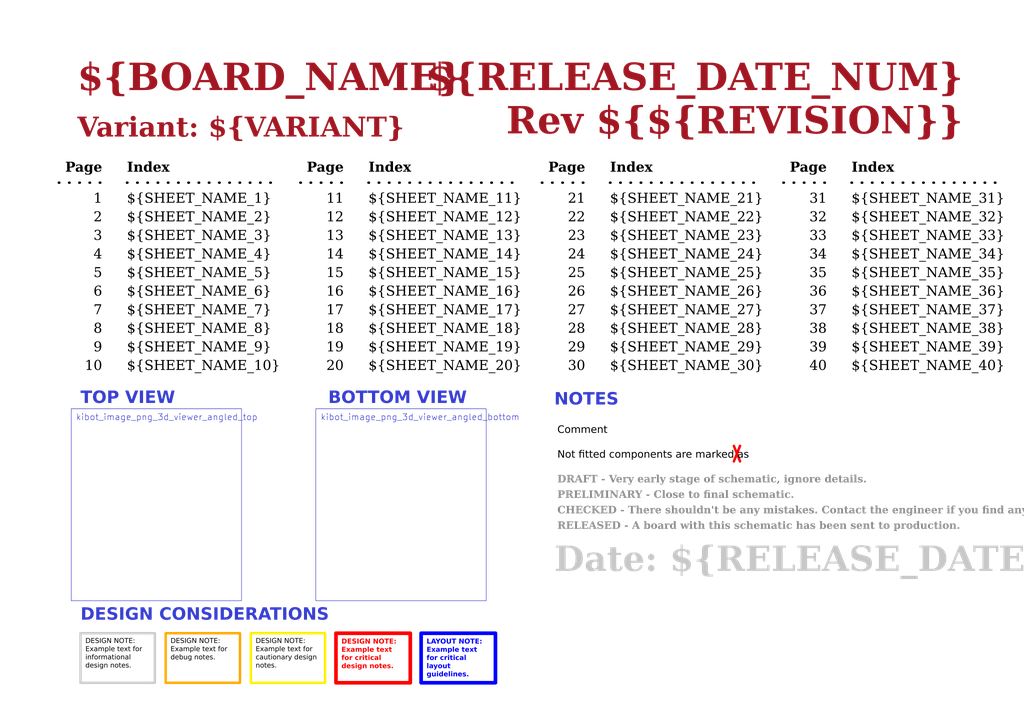
<source format=kicad_sch>
(kicad_sch
	(version 20250114)
	(generator "eeschema")
	(generator_version "9.0")
	(uuid "d5742f03-3b1a-42e5-a384-018bd4b919aa")
	(paper "A3")
	(title_block
		(title "Heartrate-DevKit-HW")
		(date "2025-07-13")
		(rev "${REVISION}")
		(company "${COMPANY}")
	)
	(lib_symbols)
	(text "Variant: ${VARIANT}"
		(exclude_from_sim no)
		(at 31.75 59.69 0)
		(effects
			(font
				(face "Times New Roman")
				(size 8 8)
				(thickness 1)
				(bold yes)
				(color 162 22 34 1)
			)
			(justify left bottom)
		)
		(uuid "000ea912-7563-47e5-be4a-8607b961f825")
	)
	(text "RELEASED - A board with this schematic has been sent to production."
		(exclude_from_sim no)
		(at 228.6 218.44 0)
		(effects
			(font
				(face "Times New Roman")
				(size 3 3)
				(thickness 0.6)
				(bold yes)
				(color 140 140 140 1)
			)
			(justify left bottom)
		)
		(uuid "03a9de87-2a7c-40cc-8949-62aed018c019")
	)
	(text "${SHEET_NAME_24}"
		(exclude_from_sim no)
		(at 250.19 107.95 0)
		(effects
			(font
				(face "Times New Roman")
				(size 4 4)
				(color 0 0 0 1)
			)
			(justify left bottom)
			(href "#24")
		)
		(uuid "04fbc6ba-89e3-4184-a4b7-fc2494e97db7")
	)
	(text "20"
		(exclude_from_sim no)
		(at 140.97 153.67 0)
		(effects
			(font
				(face "Times New Roman")
				(size 4 4)
				(color 0 0 0 1)
			)
			(justify right bottom)
			(href "#20")
		)
		(uuid "06737dca-d4ba-435b-b1f2-d66691a0395e")
	)
	(text "25"
		(exclude_from_sim no)
		(at 240.03 115.57 0)
		(effects
			(font
				(face "Times New Roman")
				(size 4 4)
				(color 0 0 0 1)
			)
			(justify right bottom)
			(href "#25")
		)
		(uuid "08a32c22-6c93-4ab9-b845-4fe7f3ebca4d")
	)
	(text "Index"
		(exclude_from_sim no)
		(at 250.19 72.39 0)
		(effects
			(font
				(face "Times New Roman")
				(size 4 4)
				(bold yes)
				(color 0 0 0 1)
			)
			(justify left bottom)
		)
		(uuid "092e98e3-7957-434d-bfdd-b05263750684")
	)
	(text "Page"
		(exclude_from_sim no)
		(at 339.09 72.39 0)
		(effects
			(font
				(face "Times New Roman")
				(size 4 4)
				(bold yes)
				(color 0 0 0 1)
			)
			(justify right bottom)
		)
		(uuid "0a07419b-7688-4fe8-adeb-f976a8f4a761")
	)
	(text "13"
		(exclude_from_sim no)
		(at 140.97 100.33 0)
		(effects
			(font
				(face "Times New Roman")
				(size 4 4)
				(color 0 0 0 1)
			)
			(justify right bottom)
			(href "#13")
		)
		(uuid "0b63ff41-ef0b-4d81-be02-d672d6e4da8d")
	)
	(text "33"
		(exclude_from_sim no)
		(at 339.09 100.33 0)
		(effects
			(font
				(face "Times New Roman")
				(size 4 4)
				(color 0 0 0 1)
			)
			(justify right bottom)
			(href "#33")
		)
		(uuid "1009d74b-dab5-4621-8c04-f00d978fa044")
	)
	(text "PRELIMINARY - Close to final schematic."
		(exclude_from_sim no)
		(at 228.6 205.74 0)
		(effects
			(font
				(face "Times New Roman")
				(size 3 3)
				(thickness 0.6)
				(bold yes)
				(color 140 140 140 1)
			)
			(justify left bottom)
		)
		(uuid "11442418-ba27-4cbf-a7e2-cc6ed9935eb1")
	)
	(text "${SHEET_NAME_22}"
		(exclude_from_sim no)
		(at 250.19 92.71 0)
		(effects
			(font
				(face "Times New Roman")
				(size 4 4)
				(color 0 0 0 1)
			)
			(justify left bottom)
			(href "#22")
		)
		(uuid "1344757b-e41f-4e80-947b-0a2035b4fce9")
	)
	(text "40"
		(exclude_from_sim no)
		(at 339.09 153.67 0)
		(effects
			(font
				(face "Times New Roman")
				(size 4 4)
				(color 0 0 0 1)
			)
			(justify right bottom)
			(href "#40")
		)
		(uuid "1b2709b1-c0f7-4254-8da7-5631857d3853")
	)
	(text "26"
		(exclude_from_sim no)
		(at 240.03 123.19 0)
		(effects
			(font
				(face "Times New Roman")
				(size 4 4)
				(color 0 0 0 1)
			)
			(justify right bottom)
			(href "#26")
		)
		(uuid "1bb2d49c-6a01-4c39-832a-e9c7a051f092")
	)
	(text "7"
		(exclude_from_sim no)
		(at 41.91 130.81 0)
		(effects
			(font
				(face "Times New Roman")
				(size 4 4)
				(color 0 0 0 1)
			)
			(justify right bottom)
			(href "#7")
		)
		(uuid "1c576109-caea-431e-8644-8543de749b79")
	)
	(text "11"
		(exclude_from_sim no)
		(at 140.97 85.09 0)
		(effects
			(font
				(face "Times New Roman")
				(size 4 4)
				(color 0 0 0 1)
			)
			(justify right bottom)
			(href "#11")
		)
		(uuid "22628abe-bb8c-4ca9-a559-3456e08ce477")
	)
	(text "DRAFT - Very early stage of schematic, ignore details."
		(exclude_from_sim no)
		(at 228.6 199.39 0)
		(effects
			(font
				(face "Times New Roman")
				(size 3 3)
				(thickness 0.6)
				(bold yes)
				(color 140 140 140 1)
			)
			(justify left bottom)
		)
		(uuid "23bcc4dd-d59d-4c05-b342-2d26db58b8da")
	)
	(text "28"
		(exclude_from_sim no)
		(at 240.03 138.43 0)
		(effects
			(font
				(face "Times New Roman")
				(size 4 4)
				(color 0 0 0 1)
			)
			(justify right bottom)
			(href "#28")
		)
		(uuid "2442a9e6-4622-4ba0-aee4-95e9a2355828")
	)
	(text "${SHEET_NAME_12}"
		(exclude_from_sim no)
		(at 151.13 92.71 0)
		(effects
			(font
				(face "Times New Roman")
				(size 4 4)
				(color 0 0 0 1)
			)
			(justify left bottom)
			(href "#12")
		)
		(uuid "26f0a480-abfd-4d9b-ac68-8bdfd526e094")
	)
	(text "${SHEET_NAME_8}"
		(exclude_from_sim no)
		(at 52.07 138.43 0)
		(effects
			(font
				(face "Times New Roman")
				(size 4 4)
				(color 0 0 0 1)
			)
			(justify left bottom)
			(href "#8")
		)
		(uuid "28b58a16-122b-49e8-afa7-48c2618dc53d")
	)
	(text "10"
		(exclude_from_sim no)
		(at 41.91 153.67 0)
		(effects
			(font
				(face "Times New Roman")
				(size 4 4)
				(color 0 0 0 1)
			)
			(justify right bottom)
			(href "#10")
		)
		(uuid "29df70b5-9e00-4105-9e4f-bc7dc20e3f72")
	)
	(text "${SHEET_NAME_2}"
		(exclude_from_sim no)
		(at 52.07 92.71 0)
		(effects
			(font
				(face "Times New Roman")
				(size 4 4)
				(color 0 0 0 1)
			)
			(justify left bottom)
			(href "#2")
		)
		(uuid "29fb83bd-9708-49c1-a835-3671e07a7b95")
	)
	(text "${SHEET_NAME_5}"
		(exclude_from_sim no)
		(at 52.07 115.57 0)
		(effects
			(font
				(face "Times New Roman")
				(size 4 4)
				(color 0 0 0 1)
			)
			(justify left bottom)
			(href "#5")
		)
		(uuid "2ac8cebd-4832-4e21-b843-d3261443e2b6")
	)
	(text "Index"
		(exclude_from_sim no)
		(at 349.25 72.39 0)
		(effects
			(font
				(face "Times New Roman")
				(size 4 4)
				(bold yes)
				(color 0 0 0 1)
			)
			(justify left bottom)
		)
		(uuid "2d20b110-4122-4bb3-85c6-52f89dff8d1f")
	)
	(text "31"
		(exclude_from_sim no)
		(at 339.09 85.09 0)
		(effects
			(font
				(face "Times New Roman")
				(size 4 4)
				(color 0 0 0 1)
			)
			(justify right bottom)
			(href "#31")
		)
		(uuid "2e769767-b079-43e5-b995-04b63f171ffa")
	)
	(text "${SHEET_NAME_20}"
		(exclude_from_sim no)
		(at 151.13 153.67 0)
		(effects
			(font
				(face "Times New Roman")
				(size 4 4)
				(color 0 0 0 1)
			)
			(justify left bottom)
			(href "#20")
		)
		(uuid "2ebc04cc-20ea-44c3-8fd2-b0fb93c45b42")
	)
	(text "Page"
		(exclude_from_sim no)
		(at 41.91 72.39 0)
		(effects
			(font
				(face "Times New Roman")
				(size 4 4)
				(bold yes)
				(color 0 0 0 1)
			)
			(justify right bottom)
		)
		(uuid "31a5a95f-a57b-403a-98da-2e1fbe2b2295")
	)
	(text "14"
		(exclude_from_sim no)
		(at 140.97 107.95 0)
		(effects
			(font
				(face "Times New Roman")
				(size 4 4)
				(color 0 0 0 1)
			)
			(justify right bottom)
			(href "#14")
		)
		(uuid "38a1da8c-a9d9-432f-9233-200e69e13b3a")
	)
	(text "${SHEET_NAME_23}"
		(exclude_from_sim no)
		(at 250.19 100.33 0)
		(effects
			(font
				(face "Times New Roman")
				(size 4 4)
				(color 0 0 0 1)
			)
			(justify left bottom)
			(href "#23")
		)
		(uuid "3946100b-591d-4e38-9079-fe42aa6dc626")
	)
	(text "Page"
		(exclude_from_sim no)
		(at 140.97 72.39 0)
		(effects
			(font
				(face "Times New Roman")
				(size 4 4)
				(bold yes)
				(color 0 0 0 1)
			)
			(justify right bottom)
		)
		(uuid "3e77b120-e346-455e-abaf-4a9c7d1682fd")
	)
	(text "${RELEASE_DATE_NUM}"
		(exclude_from_sim no)
		(at 394.97 41.91 0)
		(effects
			(font
				(face "Times New Roman")
				(size 11 11)
				(thickness 1)
				(bold yes)
				(color 162 22 34 1)
			)
			(justify right bottom)
		)
		(uuid "41e90dbf-cdb3-4f5b-b829-1b84a76a5924")
	)
	(text "24"
		(exclude_from_sim no)
		(at 240.03 107.95 0)
		(effects
			(font
				(face "Times New Roman")
				(size 4 4)
				(color 0 0 0 1)
			)
			(justify right bottom)
			(href "#24")
		)
		(uuid "49255cb5-4dcc-42be-a136-139aba5d7504")
	)
	(text "23"
		(exclude_from_sim no)
		(at 240.03 100.33 0)
		(effects
			(font
				(face "Times New Roman")
				(size 4 4)
				(color 0 0 0 1)
			)
			(justify right bottom)
			(href "#23")
		)
		(uuid "4a052e6c-e34b-452d-a22e-3979cd214786")
	)
	(text "1"
		(exclude_from_sim no)
		(at 41.91 85.09 0)
		(effects
			(font
				(face "Times New Roman")
				(size 4 4)
				(color 0 0 0 1)
			)
			(justify right bottom)
			(href "#1")
		)
		(uuid "4b0ed47a-9b59-42f0-a2af-ecaccf5a89c3")
	)
	(text "30"
		(exclude_from_sim no)
		(at 240.03 153.67 0)
		(effects
			(font
				(face "Times New Roman")
				(size 4 4)
				(color 0 0 0 1)
			)
			(justify right bottom)
			(href "#30")
		)
		(uuid "4e5b665c-4c27-411d-8242-f1249e25cce0")
	)
	(text "${SHEET_NAME_35}"
		(exclude_from_sim no)
		(at 349.25 115.57 0)
		(effects
			(font
				(face "Times New Roman")
				(size 4 4)
				(color 0 0 0 1)
			)
			(justify left bottom)
			(href "#35")
		)
		(uuid "4fefe87c-0c25-43e5-a3b2-18b15abe07e3")
	)
	(text "Not fitted components are marked as"
		(exclude_from_sim no)
		(at 228.6 189.23 0)
		(effects
			(font
				(face "Arial")
				(size 3 3)
				(color 0 0 0 1)
			)
			(justify left bottom)
		)
		(uuid "5135dbd7-df4e-46cd-8739-492cd009b1f6")
	)
	(text "${SHEET_NAME_11}"
		(exclude_from_sim no)
		(at 151.13 85.09 0)
		(effects
			(font
				(face "Times New Roman")
				(size 4 4)
				(color 0 0 0 1)
			)
			(justify left bottom)
			(href "#11")
		)
		(uuid "521b08c4-0bd9-4d68-80be-7478df8fbde9")
	)
	(text "32"
		(exclude_from_sim no)
		(at 339.09 92.71 0)
		(effects
			(font
				(face "Times New Roman")
				(size 4 4)
				(color 0 0 0 1)
			)
			(justify right bottom)
			(href "#32")
		)
		(uuid "53818ecd-325c-48e2-bb9d-ec3fb48f34c9")
	)
	(text "${SHEET_NAME_6}"
		(exclude_from_sim no)
		(at 52.07 123.19 0)
		(effects
			(font
				(face "Times New Roman")
				(size 4 4)
				(color 0 0 0 1)
			)
			(justify left bottom)
			(href "#6")
		)
		(uuid "58cf0eb5-a6da-463e-aeda-fbe87a3cd079")
	)
	(text "36"
		(exclude_from_sim no)
		(at 339.09 123.19 0)
		(effects
			(font
				(face "Times New Roman")
				(size 4 4)
				(color 0 0 0 1)
			)
			(justify right bottom)
			(href "#36")
		)
		(uuid "5dac577c-aef6-4b3c-9237-0c2b9f804fbc")
	)
	(text "${SHEET_NAME_37}"
		(exclude_from_sim no)
		(at 349.25 130.81 0)
		(effects
			(font
				(face "Times New Roman")
				(size 4 4)
				(color 0 0 0 1)
			)
			(justify left bottom)
			(href "#37")
		)
		(uuid "5f3a4b8b-6b33-42d9-ac5f-6e29aa22b302")
	)
	(text "35"
		(exclude_from_sim no)
		(at 339.09 115.57 0)
		(effects
			(font
				(face "Times New Roman")
				(size 4 4)
				(color 0 0 0 1)
			)
			(justify right bottom)
			(href "#35")
		)
		(uuid "644cbbc3-098e-4ecf-ac2f-be88f0d22361")
	)
	(text "${SHEET_NAME_26}"
		(exclude_from_sim no)
		(at 250.19 123.19 0)
		(effects
			(font
				(face "Times New Roman")
				(size 4 4)
				(color 0 0 0 1)
			)
			(justify left bottom)
			(href "#26")
		)
		(uuid "6a548554-e772-43f3-ba5d-01026d9a064a")
	)
	(text "${SHEET_NAME_36}"
		(exclude_from_sim no)
		(at 349.25 123.19 0)
		(effects
			(font
				(face "Times New Roman")
				(size 4 4)
				(color 0 0 0 1)
			)
			(justify left bottom)
			(href "#36")
		)
		(uuid "6b8d090b-e89a-4677-84e9-b64a5fead89e")
	)
	(text "Rev ${REVISION}"
		(exclude_from_sim no)
		(at 394.97 59.69 0)
		(effects
			(font
				(face "Times New Roman")
				(size 11 11)
				(thickness 1)
				(bold yes)
				(color 162 22 34 1)
			)
			(justify right bottom)
		)
		(uuid "6d1761f6-980b-4588-8313-1bd3d937c291")
	)
	(text "${SHEET_NAME_15}"
		(exclude_from_sim no)
		(at 151.13 115.57 0)
		(effects
			(font
				(face "Times New Roman")
				(size 4 4)
				(color 0 0 0 1)
			)
			(justify left bottom)
			(href "#15")
		)
		(uuid "6f858022-2996-4265-8d0d-5392f83665ac")
	)
	(text "CHECKED - There shouldn't be any mistakes. Contact the engineer if you find any."
		(exclude_from_sim no)
		(at 228.6 212.09 0)
		(effects
			(font
				(face "Times New Roman")
				(size 3 3)
				(thickness 0.6)
				(bold yes)
				(color 140 140 140 1)
			)
			(justify left bottom)
		)
		(uuid "701d40a5-7fcc-4d35-a582-e3de3695524c")
	)
	(text "BOTTOM VIEW"
		(exclude_from_sim no)
		(at 134.62 167.64 0)
		(effects
			(font
				(face "Arial")
				(size 5 5)
				(bold yes)
				(color 53 60 207 1)
			)
			(justify left bottom)
		)
		(uuid "703db123-558f-4f87-9ff5-c08a220fcdc6")
	)
	(text "${SHEET_NAME_14}"
		(exclude_from_sim no)
		(at 151.13 107.95 0)
		(effects
			(font
				(face "Times New Roman")
				(size 4 4)
				(color 0 0 0 1)
			)
			(justify left bottom)
			(href "#14")
		)
		(uuid "72182600-e68c-43f8-9305-59c8d8dbdc8c")
	)
	(text "${SHEET_NAME_21}"
		(exclude_from_sim no)
		(at 250.19 85.09 0)
		(effects
			(font
				(face "Times New Roman")
				(size 4 4)
				(color 0 0 0 1)
			)
			(justify left bottom)
			(href "#21")
		)
		(uuid "72cf7e48-8628-4785-b42d-ebcc097e0da2")
	)
	(text "12"
		(exclude_from_sim no)
		(at 140.97 92.71 0)
		(effects
			(font
				(face "Times New Roman")
				(size 4 4)
				(color 0 0 0 1)
			)
			(justify right bottom)
			(href "#12")
		)
		(uuid "75d0a1ef-aac5-4003-9e33-aca70ed59023")
	)
	(text "2"
		(exclude_from_sim no)
		(at 41.91 92.71 0)
		(effects
			(font
				(face "Times New Roman")
				(size 4 4)
				(color 0 0 0 1)
			)
			(justify right bottom)
			(href "#2")
		)
		(uuid "761d5be9-e72f-40b6-b87c-29a6aedc1cd0")
	)
	(text "3"
		(exclude_from_sim no)
		(at 41.91 100.33 0)
		(effects
			(font
				(face "Times New Roman")
				(size 4 4)
				(color 0 0 0 1)
			)
			(justify right bottom)
			(href "#3")
		)
		(uuid "7e0f51ce-8c6b-42f9-82d1-98045fd01389")
	)
	(text "${SHEET_NAME_17}"
		(exclude_from_sim no)
		(at 151.13 130.81 0)
		(effects
			(font
				(face "Times New Roman")
				(size 4 4)
				(color 0 0 0 1)
			)
			(justify left bottom)
			(href "#17")
		)
		(uuid "7eaebe1b-e206-4517-a346-0f3f402aebc2")
	)
	(text "37"
		(exclude_from_sim no)
		(at 339.09 130.81 0)
		(effects
			(font
				(face "Times New Roman")
				(size 4 4)
				(color 0 0 0 1)
			)
			(justify right bottom)
			(href "#37")
		)
		(uuid "7f350ec2-91bd-412b-bb17-e3550be6b6fc")
	)
	(text "29"
		(exclude_from_sim no)
		(at 240.03 146.05 0)
		(effects
			(font
				(face "Times New Roman")
				(size 4 4)
				(color 0 0 0 1)
			)
			(justify right bottom)
			(href "#29")
		)
		(uuid "82c607a8-c0a1-4069-b837-ce96dd0eb2bb")
	)
	(text "21"
		(exclude_from_sim no)
		(at 240.03 85.09 0)
		(effects
			(font
				(face "Times New Roman")
				(size 4 4)
				(color 0 0 0 1)
			)
			(justify right bottom)
			(href "#21")
		)
		(uuid "84a2fca0-fdc8-451e-ba92-d21bfe34f79c")
	)
	(text "${SHEET_NAME_18}"
		(exclude_from_sim no)
		(at 151.13 138.43 0)
		(effects
			(font
				(face "Times New Roman")
				(size 4 4)
				(color 0 0 0 1)
			)
			(justify left bottom)
			(href "#18")
		)
		(uuid "861c9b1c-f3f7-4abd-84e4-7e4ecba3dc9e")
	)
	(text "Date: ${RELEASE_DATE}"
		(exclude_from_sim no)
		(at 227.33 238.76 0)
		(effects
			(font
				(face "Times New Roman")
				(size 10.16 10.16)
				(thickness 0.6)
				(bold yes)
				(color 200 200 200 1)
			)
			(justify left bottom)
		)
		(uuid "87564db8-be77-4805-a256-abae1e9d7c5b")
	)
	(text "27"
		(exclude_from_sim no)
		(at 240.03 130.81 0)
		(effects
			(font
				(face "Times New Roman")
				(size 4 4)
				(color 0 0 0 1)
			)
			(justify right bottom)
			(href "#27")
		)
		(uuid "87fa597a-67b4-46be-afa2-208d91b20ddd")
	)
	(text "${SHEET_NAME_7}"
		(exclude_from_sim no)
		(at 52.07 130.81 0)
		(effects
			(font
				(face "Times New Roman")
				(size 4 4)
				(color 0 0 0 1)
			)
			(justify left bottom)
			(href "#7")
		)
		(uuid "89dd6e8c-069a-4815-966a-9a118eca524b")
	)
	(text "${SHEET_NAME_31}"
		(exclude_from_sim no)
		(at 349.25 85.09 0)
		(effects
			(font
				(face "Times New Roman")
				(size 4 4)
				(color 0 0 0 1)
			)
			(justify left bottom)
			(href "#31")
		)
		(uuid "8a503a63-fb6c-4df5-a6fc-bc8076c7c001")
	)
	(text "5"
		(exclude_from_sim no)
		(at 41.91 115.57 0)
		(effects
			(font
				(face "Times New Roman")
				(size 4 4)
				(color 0 0 0 1)
			)
			(justify right bottom)
			(href "#5")
		)
		(uuid "8b821864-881a-4cb0-856b-2d9a97f6404e")
	)
	(text "${BOARD_NAME}"
		(exclude_from_sim no)
		(at 31.75 41.91 0)
		(effects
			(font
				(face "Times New Roman")
				(size 11 11)
				(thickness 1)
				(bold yes)
				(color 162 22 34 1)
			)
			(justify left bottom)
		)
		(uuid "8cf431a6-8908-4048-b4aa-271da433a961")
	)
	(text "NOTES"
		(exclude_from_sim no)
		(at 227.33 168.275 0)
		(effects
			(font
				(face "Arial")
				(size 5 5)
				(bold yes)
				(color 53 60 207 1)
			)
			(justify left bottom)
		)
		(uuid "8e0f503c-d18d-404c-84d2-434629c63a09")
	)
	(text "${SHEET_NAME_40}"
		(exclude_from_sim no)
		(at 349.25 153.67 0)
		(effects
			(font
				(face "Times New Roman")
				(size 4 4)
				(color 0 0 0 1)
			)
			(justify left bottom)
			(href "#40")
		)
		(uuid "932682d2-768a-4ce2-8f74-01d2dff2d205")
	)
	(text "18"
		(exclude_from_sim no)
		(at 140.97 138.43 0)
		(effects
			(font
				(face "Times New Roman")
				(size 4 4)
				(color 0 0 0 1)
			)
			(justify right bottom)
			(href "#18")
		)
		(uuid "947e5fec-ce7e-4c5c-82f3-37357af6847d")
	)
	(text "Index"
		(exclude_from_sim no)
		(at 151.13 72.39 0)
		(effects
			(font
				(face "Times New Roman")
				(size 4 4)
				(bold yes)
				(color 0 0 0 1)
			)
			(justify left bottom)
		)
		(uuid "97025432-9170-4ff8-8e9c-fb0b93788c7e")
	)
	(text "${SHEET_NAME_39}"
		(exclude_from_sim no)
		(at 349.25 146.05 0)
		(effects
			(font
				(face "Times New Roman")
				(size 4 4)
				(color 0 0 0 1)
			)
			(justify left bottom)
			(href "#39")
		)
		(uuid "9b659720-c6a5-452d-8e4b-d10969349253")
	)
	(text "${SHEET_NAME_32}"
		(exclude_from_sim no)
		(at 349.25 92.71 0)
		(effects
			(font
				(face "Times New Roman")
				(size 4 4)
				(color 0 0 0 1)
			)
			(justify left bottom)
			(href "#32")
		)
		(uuid "a1062a1d-8c7d-434b-8e41-f018a76ce75c")
	)
	(text "17"
		(exclude_from_sim no)
		(at 140.97 130.81 0)
		(effects
			(font
				(face "Times New Roman")
				(size 4 4)
				(color 0 0 0 1)
			)
			(justify right bottom)
			(href "#17")
		)
		(uuid "a9d84c05-5f8c-4dbb-9619-711f551866b8")
	)
	(text "${SHEET_NAME_1}"
		(exclude_from_sim no)
		(at 52.07 85.09 0)
		(effects
			(font
				(face "Times New Roman")
				(size 4 4)
				(color 0 0 0 1)
			)
			(justify left bottom)
			(href "#1")
		)
		(uuid "afc0bb31-890a-4961-a87a-e0895bcdf665")
	)
	(text "${SHEET_NAME_9}"
		(exclude_from_sim no)
		(at 52.07 146.05 0)
		(effects
			(font
				(face "Times New Roman")
				(size 4 4)
				(color 0 0 0 1)
			)
			(justify left bottom)
			(href "#9")
		)
		(uuid "b5ff3e63-17a3-45d1-8810-34d8d7fe669a")
	)
	(text "${SHEET_NAME_38}"
		(exclude_from_sim no)
		(at 349.25 138.43 0)
		(effects
			(font
				(face "Times New Roman")
				(size 4 4)
				(color 0 0 0 1)
			)
			(justify left bottom)
			(href "#38")
		)
		(uuid "b69e0f14-9732-46c9-88d6-21c0fc2c6a07")
	)
	(text "8"
		(exclude_from_sim no)
		(at 41.91 138.43 0)
		(effects
			(font
				(face "Times New Roman")
				(size 4 4)
				(color 0 0 0 1)
			)
			(justify right bottom)
			(href "#8")
		)
		(uuid "bc946718-a2ab-40c8-8097-9c7e05954e3f")
	)
	(text "${SHEET_NAME_29}"
		(exclude_from_sim no)
		(at 250.19 146.05 0)
		(effects
			(font
				(face "Times New Roman")
				(size 4 4)
				(color 0 0 0 1)
			)
			(justify left bottom)
			(href "#29")
		)
		(uuid "bd1c778b-6b29-4b16-9eff-22de4e335241")
	)
	(text "16"
		(exclude_from_sim no)
		(at 140.97 123.19 0)
		(effects
			(font
				(face "Times New Roman")
				(size 4 4)
				(color 0 0 0 1)
			)
			(justify right bottom)
			(href "#16")
		)
		(uuid "bf5fa6d6-b99b-4e2a-8d79-716b5f8f7abf")
	)
	(text "${SHEET_NAME_34}"
		(exclude_from_sim no)
		(at 349.25 107.95 0)
		(effects
			(font
				(face "Times New Roman")
				(size 4 4)
				(color 0 0 0 1)
			)
			(justify left bottom)
			(href "#34")
		)
		(uuid "c1d78a38-10ea-4159-8081-409282f45a7b")
	)
	(text "${SHEET_NAME_16}"
		(exclude_from_sim no)
		(at 151.13 123.19 0)
		(effects
			(font
				(face "Times New Roman")
				(size 4 4)
				(color 0 0 0 1)
			)
			(justify left bottom)
			(href "#16")
		)
		(uuid "c400b0a7-a930-450f-bf64-22d3913219ae")
	)
	(text "${SHEET_NAME_3}"
		(exclude_from_sim no)
		(at 52.07 100.33 0)
		(effects
			(font
				(face "Times New Roman")
				(size 4 4)
				(color 0 0 0 1)
			)
			(justify left bottom)
			(href "#3")
		)
		(uuid "c47fb2b3-a3ce-4ab0-8283-8dc8a58975c2")
	)
	(text "${SHEET_NAME_19}"
		(exclude_from_sim no)
		(at 151.13 146.05 0)
		(effects
			(font
				(face "Times New Roman")
				(size 4 4)
				(color 0 0 0 1)
			)
			(justify left bottom)
			(href "#19")
		)
		(uuid "c67f1741-9f9b-4afd-9d0e-53f95cc87e3f")
	)
	(text "39"
		(exclude_from_sim no)
		(at 339.09 146.05 0)
		(effects
			(font
				(face "Times New Roman")
				(size 4 4)
				(color 0 0 0 1)
			)
			(justify right bottom)
			(href "#39")
		)
		(uuid "c70c3e5e-4d3f-4182-9ae5-10ba4deb3184")
	)
	(text "Page"
		(exclude_from_sim no)
		(at 240.03 72.39 0)
		(effects
			(font
				(face "Times New Roman")
				(size 4 4)
				(bold yes)
				(color 0 0 0 1)
			)
			(justify right bottom)
		)
		(uuid "c7960137-7711-4ffe-94cf-8be0bcb30b2c")
	)
	(text "Comment"
		(exclude_from_sim no)
		(at 228.6 179.07 0)
		(effects
			(font
				(face "Arial")
				(size 3 3)
				(color 0 0 0 1)
			)
			(justify left bottom)
		)
		(uuid "cd70c2d3-2fc1-43f3-bef3-88f512b1207b")
	)
	(text "TOP VIEW"
		(exclude_from_sim no)
		(at 33.02 167.64 0)
		(effects
			(font
				(face "Arial")
				(size 5 5)
				(bold yes)
				(color 53 60 207 1)
			)
			(justify left bottom)
		)
		(uuid "ce023428-5906-4952-b62a-b62507403698")
	)
	(text "34"
		(exclude_from_sim no)
		(at 339.09 107.95 0)
		(effects
			(font
				(face "Times New Roman")
				(size 4 4)
				(color 0 0 0 1)
			)
			(justify right bottom)
			(href "#34")
		)
		(uuid "d3189638-1afe-44da-8649-12ada9035b76")
	)
	(text "${SHEET_NAME_10}"
		(exclude_from_sim no)
		(at 52.07 153.67 0)
		(effects
			(font
				(face "Times New Roman")
				(size 4 4)
				(color 0 0 0 1)
			)
			(justify left bottom)
			(href "#10")
		)
		(uuid "d794f70b-0900-43e4-9530-3b5babcc433e")
	)
	(text "Index"
		(exclude_from_sim no)
		(at 52.07 72.39 0)
		(effects
			(font
				(face "Times New Roman")
				(size 4 4)
				(bold yes)
				(color 0 0 0 1)
			)
			(justify left bottom)
		)
		(uuid "e26ac9c4-c495-4cb1-ac42-54859d23390e")
	)
	(text "22"
		(exclude_from_sim no)
		(at 240.03 92.71 0)
		(effects
			(font
				(face "Times New Roman")
				(size 4 4)
				(color 0 0 0 1)
			)
			(justify right bottom)
			(href "#22")
		)
		(uuid "e464589f-dbb4-4402-a897-ab7ace77ceac")
	)
	(text "19"
		(exclude_from_sim no)
		(at 140.97 146.05 0)
		(effects
			(font
				(face "Times New Roman")
				(size 4 4)
				(color 0 0 0 1)
			)
			(justify right bottom)
			(href "#19")
		)
		(uuid "e62751b9-589e-4651-9101-35d4946b6768")
	)
	(text "${SHEET_NAME_28}"
		(exclude_from_sim no)
		(at 250.19 138.43 0)
		(effects
			(font
				(face "Times New Roman")
				(size 4 4)
				(color 0 0 0 1)
			)
			(justify left bottom)
			(href "#28")
		)
		(uuid "e679e400-fb5c-43a2-bfd2-0dcd93a17a1a")
	)
	(text "${SHEET_NAME_13}"
		(exclude_from_sim no)
		(at 151.13 100.33 0)
		(effects
			(font
				(face "Times New Roman")
				(size 4 4)
				(color 0 0 0 1)
			)
			(justify left bottom)
			(href "#13")
		)
		(uuid "e6900504-0ef7-479b-92ed-1bc93bd1281c")
	)
	(text "6"
		(exclude_from_sim no)
		(at 41.91 123.19 0)
		(effects
			(font
				(face "Times New Roman")
				(size 4 4)
				(color 0 0 0 1)
			)
			(justify right bottom)
			(href "#6")
		)
		(uuid "ea04c009-8a6e-4df8-a10e-287d81493227")
	)
	(text "15"
		(exclude_from_sim no)
		(at 140.97 115.57 0)
		(effects
			(font
				(face "Times New Roman")
				(size 4 4)
				(color 0 0 0 1)
			)
			(justify right bottom)
			(href "#15")
		)
		(uuid "eac1b517-2ecd-430e-b5b5-e084b3378285")
	)
	(text "${SHEET_NAME_27}"
		(exclude_from_sim no)
		(at 250.19 130.81 0)
		(effects
			(font
				(face "Times New Roman")
				(size 4 4)
				(color 0 0 0 1)
			)
			(justify left bottom)
			(href "#27")
		)
		(uuid "f1b2ac77-8d21-44ea-98ed-905cdacdbace")
	)
	(text "38"
		(exclude_from_sim no)
		(at 339.09 138.43 0)
		(effects
			(font
				(face "Times New Roman")
				(size 4 4)
				(color 0 0 0 1)
			)
			(justify right bottom)
			(href "#38")
		)
		(uuid "f2e05e86-1996-40cc-90aa-23adafc3587e")
	)
	(text "${SHEET_NAME_4}"
		(exclude_from_sim no)
		(at 52.07 107.95 0)
		(effects
			(font
				(face "Times New Roman")
				(size 4 4)
				(color 0 0 0 1)
			)
			(justify left bottom)
			(href "#4")
		)
		(uuid "f38b3e41-64f1-4162-9fc3-42a2ad6ca733")
	)
	(text "9"
		(exclude_from_sim no)
		(at 41.91 146.05 0)
		(effects
			(font
				(face "Times New Roman")
				(size 4 4)
				(color 0 0 0 1)
			)
			(justify right bottom)
			(href "#9")
		)
		(uuid "f5bbe170-3943-4a40-9782-9cbd23ca5c03")
	)
	(text "${SHEET_NAME_33}"
		(exclude_from_sim no)
		(at 349.25 100.33 0)
		(effects
			(font
				(face "Times New Roman")
				(size 4 4)
				(color 0 0 0 1)
			)
			(justify left bottom)
			(href "#33")
		)
		(uuid "f879701f-b24c-4cea-9a39-bc4c0256418b")
	)
	(text "${SHEET_NAME_30}"
		(exclude_from_sim no)
		(at 250.19 153.67 0)
		(effects
			(font
				(face "Times New Roman")
				(size 4 4)
				(color 0 0 0 1)
			)
			(justify left bottom)
			(href "#30")
		)
		(uuid "f92e3186-6b58-461a-bb76-e9302812a57d")
	)
	(text "4"
		(exclude_from_sim no)
		(at 41.91 107.95 0)
		(effects
			(font
				(face "Times New Roman")
				(size 4 4)
				(color 0 0 0 1)
			)
			(justify right bottom)
			(href "#4")
		)
		(uuid "f9755639-0775-4570-b6a2-9829625b15ba")
	)
	(text "${SHEET_NAME_25}"
		(exclude_from_sim no)
		(at 250.19 115.57 0)
		(effects
			(font
				(face "Times New Roman")
				(size 4 4)
				(color 0 0 0 1)
			)
			(justify left bottom)
			(href "#25")
		)
		(uuid "fa27d78d-b2a9-4762-a3f3-e3c37db14fec")
	)
	(text "DESIGN CONSIDERATIONS"
		(exclude_from_sim no)
		(at 33.02 256.54 0)
		(effects
			(font
				(face "Arial")
				(size 5 5)
				(bold yes)
				(color 53 60 207 1)
			)
			(justify left bottom)
		)
		(uuid "faea8a5f-3a8f-49cb-9832-569be941b06b")
	)
	(text_box "DESIGN NOTE:\nExample text for cautionary design notes."
		(exclude_from_sim no)
		(at 102.87 259.715 0)
		(size 30.48 20.32)
		(margins 2 2 2 2)
		(stroke
			(width 1)
			(type solid)
			(color 250 236 0 1)
		)
		(fill
			(type none)
		)
		(effects
			(font
				(face "Arial")
				(size 2 2)
				(color 0 0 0 1)
			)
			(justify left top)
		)
		(uuid "14407e09-ee6c-4b22-86d1-36d73a33e664")
	)
	(text_box "DESIGN NOTE:\nExample text for debug notes."
		(exclude_from_sim no)
		(at 67.945 259.715 0)
		(size 30.48 20.32)
		(margins 2 2 2 2)
		(stroke
			(width 1)
			(type solid)
			(color 255 165 0 1)
		)
		(fill
			(type none)
		)
		(effects
			(font
				(face "Arial")
				(size 2 2)
				(color 0 0 0 1)
			)
			(justify left top)
		)
		(uuid "1499d9a9-9f29-4929-8df7-74d84823ddfb")
	)
	(text_box "DESIGN NOTE:\nExample text for critical design notes."
		(exclude_from_sim no)
		(at 137.795 259.715 0)
		(size 30.48 20.32)
		(margins 2.25 2.25 2.25 2.25)
		(stroke
			(width 1.5)
			(type solid)
			(color 255 0 0 1)
		)
		(fill
			(type none)
		)
		(effects
			(font
				(face "Arial")
				(size 2 2)
				(thickness 0.4)
				(bold yes)
				(color 255 0 0 1)
			)
			(justify left top)
		)
		(uuid "1c311692-d683-4cdf-ac31-77bcdd4c4b39")
	)
	(text_box "LAYOUT NOTE:\nExample text for critical layout guidelines."
		(exclude_from_sim no)
		(at 172.72 259.715 0)
		(size 30.48 20.32)
		(margins 2.25 2.25 2.25 2.25)
		(stroke
			(width 1.5)
			(type solid)
			(color 0 0 255 1)
		)
		(fill
			(type none)
		)
		(effects
			(font
				(face "Arial")
				(size 2 2)
				(thickness 0.4)
				(bold yes)
				(color 0 0 255 1)
			)
			(justify left top)
		)
		(uuid "2efa106d-749e-4c2c-a05c-8429f99997c2")
	)
	(text_box "kibot_image_png_3d_viewer_angled_bottom"
		(exclude_from_sim no)
		(at 129.54 167.64 0)
		(size 69.85 78.74)
		(margins 1.905 1.905 1.905 1.905)
		(stroke
			(width 0)
			(type default)
		)
		(fill
			(type none)
		)
		(effects
			(font
				(size 2.54 2.54)
			)
			(justify left top)
		)
		(uuid "33c3f6da-ba9e-4d58-9257-d85394a72b7b")
	)
	(text_box "DESIGN NOTE:\nExample text for informational design notes."
		(exclude_from_sim no)
		(at 33.02 259.715 0)
		(size 30.48 20.32)
		(margins 2 2 2 2)
		(stroke
			(width 1)
			(type solid)
			(color 200 200 200 1)
		)
		(fill
			(type none)
		)
		(effects
			(font
				(face "Arial")
				(size 2 2)
				(color 0 0 0 1)
			)
			(justify left top)
		)
		(uuid "5018a9e1-9f76-429f-8094-85eee2236cda")
	)
	(text_box "kibot_image_png_3d_viewer_angled_top"
		(exclude_from_sim no)
		(at 29.21 167.64 0)
		(size 69.85 78.74)
		(margins 1.905 1.905 1.905 1.905)
		(stroke
			(width 0)
			(type default)
		)
		(fill
			(type none)
		)
		(effects
			(font
				(size 2.54 2.54)
			)
			(justify left top)
		)
		(uuid "62b01781-ae4a-4e68-9a17-1436f3c897e5")
	)
	(polyline
		(pts
			(xy 52.07 74.93) (xy 113.03 74.93)
		)
		(stroke
			(width 1)
			(type dot)
			(color 0 0 0 1)
		)
		(uuid "0b94fcf5-1891-4585-9535-4e190090991a")
	)
	(polyline
		(pts
			(xy 250.19 74.93) (xy 311.15 74.93)
		)
		(stroke
			(width 1)
			(type dot)
			(color 0 0 0 1)
		)
		(uuid "0cbe4bf1-21dd-46d5-8d33-b4a3f92e1064")
	)
	(polyline
		(pts
			(xy 300.99 182.88) (xy 303.53 189.23)
		)
		(stroke
			(width 1)
			(type default)
			(color 255 0 0 1)
		)
		(uuid "3799b615-bea5-4cb3-b9a2-2785865702a8")
	)
	(polyline
		(pts
			(xy 151.13 74.93) (xy 212.09 74.93)
		)
		(stroke
			(width 1)
			(type dot)
			(color 0 0 0 1)
		)
		(uuid "47e4f34a-6663-4f9a-acb3-7cf4eb159994")
	)
	(polyline
		(pts
			(xy 222.25 74.93) (xy 240.03 74.93)
		)
		(stroke
			(width 1)
			(type dot)
			(color 0 0 0 1)
		)
		(uuid "65b7519a-f480-42a3-926a-07bd8b620575")
	)
	(polyline
		(pts
			(xy 123.19 74.93) (xy 140.97 74.93)
		)
		(stroke
			(width 1)
			(type dot)
			(color 0 0 0 1)
		)
		(uuid "722439e6-abb9-4522-8594-b3181b0d9f4e")
	)
	(polyline
		(pts
			(xy 321.31 74.93) (xy 339.09 74.93)
		)
		(stroke
			(width 1)
			(type dot)
			(color 0 0 0 1)
		)
		(uuid "936e6872-8058-45c0-a0bd-58f432e24b1a")
	)
	(polyline
		(pts
			(xy 24.13 74.93) (xy 41.91 74.93)
		)
		(stroke
			(width 1)
			(type dot)
			(color 0 0 0 1)
		)
		(uuid "a3703ec8-87d6-4c32-a8ca-249d86e6160c")
	)
	(polyline
		(pts
			(xy 303.53 182.88) (xy 300.99 189.23)
		)
		(stroke
			(width 1)
			(type default)
			(color 255 0 0 1)
		)
		(uuid "d1a06d73-e78a-446f-b9d8-0d5c726588d3")
	)
	(polyline
		(pts
			(xy 349.25 74.93) (xy 410.21 74.93)
		)
		(stroke
			(width 1)
			(type dot)
			(color 0 0 0 1)
		)
		(uuid "dee96870-b977-4804-a805-318fe8afe5f2")
	)
	(sheet
		(at 346.71 303.53)
		(size 35.56 5.08)
		(exclude_from_sim no)
		(in_bom yes)
		(on_board yes)
		(dnp no)
		(stroke
			(width 0)
			(type solid)
		)
		(fill
			(color 0 0 0 0.0000)
		)
		(uuid "6e125bd6-2f99-4e5d-b3ea-4899f4540739")
		(property "Sheetname" "Revision History"
			(at 346.71 302.26 0)
			(effects
				(font
					(face "Times New Roman")
					(size 1.905 1.905)
					(bold yes)
					(color 0 0 0 1)
				)
				(justify left bottom)
			)
		)
		(property "Sheetfile" "Revision History.kicad_sch"
			(at 347.345 304.8 0)
			(effects
				(font
					(face "Arial")
					(size 1.27 1.27)
				)
				(justify left top)
			)
		)
		(instances
			(project "KDT_Hierarchical_KiBot"
				(path "/f9e05184-c88b-4a88-ae9c-ab2bdb32be7c"
					(page "7")
				)
			)
			(project "ZSWatch-HeartRate"
				(path "/d5742f03-3b1a-42e5-a384-018bd4b919aa"
					(page "5")
				)
			)
		)
	)
	(sheet
		(at 306.07 303.53)
		(size 35.56 5.08)
		(exclude_from_sim no)
		(in_bom yes)
		(on_board yes)
		(dnp no)
		(stroke
			(width 0.1524)
			(type solid)
		)
		(fill
			(color 0 0 0 0.0000)
		)
		(uuid "82da9dbf-ba38-4d08-ba35-a220fa2963b1")
		(property "Sheetname" "Block Diagram"
			(at 306.07 302.5009 0)
			(effects
				(font
					(face "Times New Roman")
					(size 1.905 1.905)
					(bold yes)
					(color 0 0 0 1)
				)
				(justify left bottom)
			)
		)
		(property "Sheetfile" "Block Diagram.kicad_sch"
			(at 307.34 304.8 0)
			(effects
				(font
					(face "Arial")
					(size 1.27 1.27)
				)
				(justify left top)
			)
		)
		(instances
			(project "KDT_Hierarchical_KiBot"
				(path "/f9e05184-c88b-4a88-ae9c-ab2bdb32be7c"
					(page "2")
				)
			)
			(project "ZSWatch-HeartRate"
				(path "/d5742f03-3b1a-42e5-a384-018bd4b919aa"
					(page "2")
				)
			)
		)
	)
	(sheet
		(at 306.07 314.96)
		(size 35.56 5.08)
		(exclude_from_sim no)
		(in_bom yes)
		(on_board yes)
		(dnp no)
		(stroke
			(width 0.1524)
			(type solid)
		)
		(fill
			(color 0 0 0 0.0000)
		)
		(uuid "c5103ceb-5325-4a84-a025-9638a412984e")
		(property "Sheetname" "Project Architecture"
			(at 306.07 313.9309 0)
			(effects
				(font
					(face "Times New Roman")
					(size 1.905 1.905)
					(bold yes)
					(color 0 0 0 1)
				)
				(justify left bottom)
			)
		)
		(property "Sheetfile" "Project Architecture.kicad_sch"
			(at 307.34 316.23 0)
			(effects
				(font
					(face "Arial")
					(size 1.27 1.27)
				)
				(justify left top)
			)
		)
		(instances
			(project "KDT_Hierarchical_KiBot"
				(path "/f9e05184-c88b-4a88-ae9c-ab2bdb32be7c"
					(page "3")
				)
			)
			(project "ZSWatch-HeartRate"
				(path "/d5742f03-3b1a-42e5-a384-018bd4b919aa"
					(page "3")
				)
			)
		)
	)
	(sheet_instances
		(path "/"
			(page "1")
		)
	)
	(embedded_fonts no)
	(embedded_files
		(file
			(name "default.kicad_wks")
			(type worksheet)
			(data |KLUv/aDfYQEALCUAaktYDCrQrkg1Bui5oIcjFDKv3+miJIYWZS/I8dr+33rbtqdZjxQcbLPUw2Hw
				dRPmAM8AmQBslBKDj7Z77AKFxDlBFUhIOFgYcEPzRKZlWSwrw9I8lIbijAbOc4nwgO1JxYxlIyVZ
				iWRRcqjGD6XSIM32SwUD0pAYEsMPheaRPAwptiN2oCFdWDSXDAoWCorT2LE/kQbDgUaWhmKpUDyT
				0Wj3vYLSNHYsNUrpxxJ5Lo0dDBENieHmIkJp/FA0lovK81QkGJXHgYVjaThQmuJYWCIXE0+DZuJg
				6YF28FQ4ExqKM2k42CPdVHAuD4XmaYwR4WkujQcQwOFUNBMTjC2VJ2JpKI1FY8dbtFMqzsXSSGh8
				gTBhoiJC4UBoBOld62qdkBzCEXJsMQjR6zrR5XzoxXatXHIwPN9rp++h0a5gfZe91m8N1xOhmI7o
				iXZrukZs+BhufOSJVFhQMNgD3UwiFOvWvovQA65sSBcSjMjF40hu2xYlCKFyCzbV2KqVIA8UAVrF
				4CFCIEjAuC0AiRAQSgtIPE3jQOK9px4rIYgP9IBDdSqFM4k8zo593QMllOgBiANk8jiQTZscFEDg
				goAKhxdBISKERMWkIlnrHBbQCAlNxHstPdYQpfaQwEEigi6YmJFxMGBhAHuwR/RHp3Iop2/4ruzI
				rnvcmasrdGWWTFzCkZtpozWTpuhEn/Mkn/F9U/fuNZ3QqU7pirnKFRy1lzqpH5qpx9rQa75zFt84
				c6+brdW6pVW60Rd9yd17vR2bsd3OdlZf9UU/5sb84A4O264N1U4t0axHNJy/eYzDeHRDd1zLdExL
				eqRLOfOWb4bN7K++0JE5sZtczKs9kWLT9bKXC6nd4lNd23BHu1JD9jI3ttzfXt91XtWIPuEUTtt1
				vdIsTePSjWIasZmckcc3Q0/7bLe6Y4bMU/7kSL1qh2ZzykzVdN7gjE7ZzNrRm1rGJbvSYdrNuaq3
				dmw/d1qzN6QvPc6fesEVHa5VHKU3/eKK/dgrd2knt77w6pZt1la7ZNxSzdTzTdMQzczbnIm7+HQ7
				91y/9Uy/9AyAuKjBUKaUERIRkSRJshmASGbmSB2SoBhFcRhEURgFRJQxI1IUpKyyktYNScW9JMz2
				qENc1dM7JEZPGDk1jSkPZcViUqwgpxGAtLL/jBQBq/JgZ2yVMx6Vng8C5bZj9/0xwVO23yao3b2s
				w2XLZXjsSSytgoIti6glY6nwvApD5sYMNfbqe+G4TrQpQiF34a1QMZYqB9elEdpW6tzkbV+CzMMD
				PfckSDDn0aCMXHFDjndHhfzkfD885AtOxS8nBsHaQ/DUtghSiGZFLbTeGQd/7vKqIgOjD6gg1AMt
				60Nb/+w9IQIDHCTHSwMiIzzjGVwAwwU0xxGSABsR6C5jYo9XeiTjE29IiPrwXURY02ewWfQjAsKu
				BU884zDNSmTQrAvnCfoJA+ImfBWXBaEb3XCk6Z9fTwHq4VfhFBcfJy+pIZ+W7oTW2gth7T+Sc+It
				xMwZoBqr412lqv7pFgCvKLZyqhsP95u+lWieigP/WjI1zA/fp7oyJigRLxIY5ITge3KvBWpq21/p
				0w4MFQwgAMpUPAoNkOkYYKVi7dj3nMXNcpsAnQCiAOFyzh2Ys3zMF06yhe22xHIQnx1sum8nOtnq
				QL6b2EsLMbnxBnfaSBsxqTM/W+B2Z/nGd+uOdhA65Sg+sRFyG7vc4ax3yDUceuhlD/veRM6xBkdd
				ntm+4DwnueisIMN40zjP6lYDMdhXtxt30Des+pEFXmPEwbjyk99Y2CQXY9I1L/3CoAxwpcuN4rXP
				NnbtBHx32Q9Z3IVbXuQTxKY6kLjcdg6HPmCiL63gM0U+wvqU0Q5gMLb88KrFjXuCzZnCKB7mYCNt
				9uJVBmXFB9j0YhZlG4ajXfaiD3zCIQ9729VmPMIaDregXCzuUpc5iHGnoGayERdg042udjkjOctD
				LGrTkQa4iosmMZIrbMxZFzrQRm9OY8LpVjKexe7Y7OR89AWXMQmPvcrnbMA5NvqOTx7Kah5ms4M9
				AxPJpKUJw7RgP2KiLw5oMzZy2UfXWJQXfMYhJzUZpI8z2w0TeQCahX7I5M4y0nVA2GK//XTHHswC
				LIgZU31wu0+exb6t9SzIRMB7G4J33aReMRnoOj4b7KasEJCHOwlkIDm5D8c9kM0hRuKR58lbyRo+
				ohSqLqLERQe1nQteYQEGYco9xc667q6UllVs9DmXwdlQjLvtejZy+VW5vMSmEDG5AzROUp3KAO8O
				x5iJBOKnJvqwD05jo8EqJlropa4sF33AWOw4z3TX+c4ELgCizWFqkwsc6bO3gDUfGtxmY8Aexkem
				ct1mr7jws48LuRLLZR9otbBxN7qeDdl2UEA3YvdxgysRgFFy2BvjmGzKBXjoC/HmQQsLZVFazcBd
				AwJxCVuZ3GboksZC7CtjKZeO9yhlIsDCqReNNLBXp3IhZEDn6nCSgLiogUBLlDIjIiIjmiaVMZAm
				EJGzSgdxaGcUHFGQVMMBbKqoWEEvlNlPHupRoRPgO+SxqcQJ+Z+GbOoSQyBlPcqjrKxxt5S8Dgiy
				3ljfQ2BttMyeRur6lCyAVd3AjUOI/PdEiW2Gup9fZfJ2F9UWdBX3uqhOZow4UlhABSSorBpGTBlB
				wiHmttSSdveFlaphsrP2lxRSXaxhbFT3TgsIZgpJyiEfEHHobKUijC0khOeovJx/HSqQpfTBbxT9
				KONHFT23AiRmL29MVmqmMAsEskWWs206QED1MliIEFfkVHdipu+BhDW5fHXXV+ddQSAQSN76R13s
				Gy2PHG6ePt1Oy25fuHWTZsr+y2FFtjD2MbuBUuyTo0Ga3JLbr77FTda7HRVADWomIggXctjESwE5
				uVGV12F9YpQmcE3k5aGPURwo1S+mAskgeThXxvsZ2J43GMqfjJzhQZjFru3diZsu7Kt2jJ5Zp6xY
				+elUQR8fDFIA6vKUHA2Q6Rjg6zzWLRpnYydyxgG+AcUBHxiMzdFijV7jOzXHidVc6nMfcOam4rNi
				ZE26VmM43IzRHMZKZxmEdxB56TE+PcPkQp3sMs4TbK0HOZHuxml0PHCqhU70w+9WswmEVnzFQHzE
				Rj5hp+BcyrcbMhkXM8yXJz7Glh+yktEGN912BmNCrr3IZLUO4aJrbuPUjy574jiHMigfPTMPYlEW
				tvawDVjPGl7wqQ1eZlNDvGYYQzb1lcGYdjuHsbHNGdceynrvDsKmbGKih3uUl7z6nc1u5dwFmHCi
				Dz1sAT5kLJexGYdd8SyDDZ9tcgrrGfeShzMEWJDJWdgmJhF01MvaeeR03lvJAjeXYfrQE0zG8AmN
				ZDtnLu6qSU42ntHOcxET3MSG4w7Ilm9uRQ507QcHp+gNpxBiMS72wAmE3EE4x1kO4EJbSN2sqIiN
				TOwypvycaT+xreBjNnKtIJhJjONH2d0Qbw3GglzKVU5w3ioWFBbmMuZc5Fcm5SITNKQBTWorUx3M
				oL49caz1VtpsYSUcagImXZDRdJci8pkJJ3AhZzngPFcd9LuPXGELW9nQuwABjOaDk7yItbawivUM
				zlcu+dULBvqBB3mYbecLoxhvQA9bx4WnuM5DXGZBI2dh321uYRb70Qi2uuRHxn2Y85AdasMDbnjt
				pBZ2ioNt+KFNnDqBD9nIQjzMRN89gLUW4TJjTXRTL/jKt5sKB/EwV1hxYe95zxRGsQjXLnTckTZ6
				jZWuW/UEqxnkJM8wqcWZwjVKnAXoR8dz2Ym+YlNWfdwJJvOBq6z4MFN9u5nNnfgIDwzbWJTNJuY6
				m3BYvYuYlJdMu8kLmXCjI101ho1eY6rJffYxq667OW+ZlIO+ZmGnTnYgi/DhIMFYx0Gn3OxkxR5i
				smK6CV3IRWzkQg546gSM53AmM9qCfMRGEzw1lAOuO5LNWdyhXPKqzV5iA7IQm13Lqa++NNnmdjd6
				1pgjec/gFmTgSk7E9TYxoRVs+pZFHu61Rw70I+t94hxffephG1nQRlcZ8+o8tcOu5M0BfeUxTvII
				i/zIhEadkM+53KeXsKhFIBewse2MYz1CaEJf2IEuyMBczqYGhrZQYi4ENjvhVa+YclE2XXGSa11n
				OqNYnO0ms6FtV93GuG+pg7nqExOuZdXJfOjLdb/CiYeuu8Zac8yRHPBQY05k2scacxYJasoPuHHQ
				g7jIAs/wMJ+yqQttNdBNOc153/k09prFPmghSCzuQkVgUmEHDGAimzCCUZu8hPV89J1NTvmGMaxh
				249uaMyNGcub65GBPVt9Oibh1HEPeRgHvMzFqF6z0voYnz3oS1c4ULFPoGCwbK3HGZhFfeQyppss
				jnIGenmoYKZhmzPpeZmLO3W1DU7OxV77xGc+ZRM2HQvHd9uaaaaZABkX3Yx3N2TdA67ggo/zHGgS
				Y/mEMT/3WHWigC7hqk8YdhDPRgEP57T3DmG9j37nG5sLWYpR4iY2eb5nN/rlh9MBv7zuC5/PHvfu
				p868yiSMYzMnJjmFD21kM9a3SrcF+Dibk8z9kEOdyblucTZdmBUgHUjuA19T/ZwRnOLMT21ocyc9
				zud8blLrXWPBeZeb9LGXMaecjEMbcul6XlQ9HxtYDgNOcpFHXTDzQJ2FDkYhZTPXDnRPfW9Ql/Oe
				S+QwFjjZ2Fn0EIomUsJ5J64bZBEb5n52e6s4yaSMez60qcmseO7n1ntzqnEv47WpLvfdZx82AJs9
				zCUO5zyjbeQsL9jgSLYONLhFuMpoHnjByV3Goi777sIWuhZ63EPH8BHf2MiYE03oUooLcSHvvjft
				Y0d7yVVOPJSDecHgXORgNmQSSg8w3aofTeFiJodch+Ajvr0wJbnK5CWPgEcGetZhTHjWqQP82Ej5
				KBGIDLEJwQxo6AWnMDCL8LAXFxvKpIOw3inC/GpwLuRiZdOJkVhX2j4zRVxjMJDGsuUADxo02Eu9
				tgE3MRHvjuLznkOg90Yw0aQXTvSiIehWAUYgayh4uIO56ipbjVRM2NGMtzbxwAtYjM02SWgL317R
				sQA6VB8lRyWanGts52AXHXGOi+AgA51IN1DdtoMz2+zKd8dOblGrUX3qrM8muuAkJ1d9DBfkAkII
				8e2qA3DpFqYbx1kuZQUCxZicB13QnOdxJjYJmwlf2VzrguUONYKLedxlFmYkby3EG7Zb6Gbr+Mq6
				26HD2dC2m93gxF4xyFWs93jgRJ8VvABd8b0BmeSkVnAAhQcoN4URNvcJY6aSTVzis9t+9dFXhytM
				ZgM4wQ2YiIuIMqsN9BpXuWjaM7cyndMs6GI+ddDtDGpzTuKAqzEDsTk+43Em/MAuxDomXeuI/ZTI
				RGfAPfOJqyoclG0UWu1yG3qQA4VgC8Jx2ZDR7N1LXPY8axk/q+CyQ21wKpubmH3EVQb2omaJdR9m
				UOMOHuDUaye7YNFKHyyAYKFfgXC4YTBKkCRDIiMiMpI0zQExeGjUSBAl2cIBLq0OYlYOA7tTh1Yf
				Nq8tCiiVSHT4JCuLeUJLSExOQ31X4VC0femXxLfLRyd0kvD/eI8nDAw2EC3AAAz5inOFRNviapRH
				wGUV973bu3hWQJsF0jQmr1o4jKHnl8Xg8xWEygW1NJKF2977/t8XWNenrk6fzRFhy/2yhrlY3TMW
				LmF/CxlhWtoIypOFnuoG2yzy/7wH0rRNE/cZfaKgg1yeEzgFKP9vjSX2GObINAZqmVcC2U5goqs6
				VMifQpTOBRvVwYpzGfpbopBEvn2R2ps2mke5FJjscdH2xZkoZNjFPKlZeETKYoYYOP+rsW5bWDJu
				bkBBZ6DSCt4ns4INu9uZ9mbCzzYJ+XSJ4j1cV+KAehixCBxKDtedMOnk6rWumI3SSpF2shAblcc6
				oLRaM5LDchY10vHGAN6FNMJFxNbIGZCEaWeUyAozy+XCQvUI52LXjnmCdgNJk/KEfolEHQAQCTuq
				7H6bHDTg9f0kqJLKQ/GGq19kfF0XArVo4ZAWJlk/+7gpbn3XueCRTlgBu7GrSo3AX+zkDiKRAw3L
				jnL21MoWDi6N6yWaXYZrNF51r0kZrIUwfFcqXAtv77lJgVNbNuwVwxaTc1trpCzEh102EwstABMu
				G9lnflB4V00PWGF2KZx2a21feD49cwqqb2KYZWRnwKYvrD5AVeWvHwO4Ag2k/cd9DfHCBqXQqvBS
				wsD3n3p0Xb+nGGt6IlW4iUjiPmylwdqHRc60XielO3nzFCb1MuuZ+ZiGpeKE1CLy/xtNIwcgyw7Z
				z6rFg9axq39y2cynTmNao74FS4ZDeBUZEWPcUxW3Kkv6BJr/ViDX8QqqKX2/utkuZ22a6pWQrZZW
				ow6trY2ZjgjGHv9RBkb0ll0GSXzeNfFrXfloKAflWpGFHub2RWHBkWg8DqeTLHq8m8vMJQA0u0UP
				1LW8Q/32yP526wLKkpfw0YATimwpD51jJu5NEKrYR/lMLwgkHgrX3iWQ/kCWaSzKKWpHFqFUnG3e
				7SCiOJcmkCryPx6uLK4ASxKmPdsDzgPcA4v91HsG+AifruZTVz7b6twPLW7bMoazoF23940JeexV
				PmFhRp2QdyexCBNax4Emu5iDXvAF2/nogr6w2kqj2canbLYAl4H63hrGmpQxbIWMlwq9Z4yBXvvi
				41Y90KSbeW2ym3rsWy59wUA/HeM9q71hYy7nEL7wIKNuyLuvuIy3XnuIiYxnCqOOdSCrfuoEGzz1
				xBEPOjGBF1ncWBc7aVJXmfIFk37lcQ7loYNwuc/iTGQS1nI04YEuXAS0xX67no256IQm+nI9kzPp
				Sw9c9QFGncYgTMa6J01uM4PFjmAlk/PZl6wY6Hu+nJDF2cIp1ptcwkO8+tAvP/jdFN4974Dr+GgC
				tl3LAoy31lsonHcvGcu2CTbgG4t9cx2HV7h0EUYyjhfffMujJmUhJmcdByqbcKKrrrTITZ34EQd6
				baGHM6hXN/rAjW36sCkPYGHf2c7ijLghU/nYmK8GMNDLTvBigzAJ5xnzcFsWu9FPXOaqiRiEA7nq
				IzXh4RhzGhBkF7btAIx5ORcxnjdPMTGjjbaeMQdhIxNzwdemGs8hTGfSh1n1kwscb3MXcGwqlw72
				o6d+8GPj+GixK036AZt+Yx30WCochFEX9JmpTOEME27EIxfiKos92Dk2MJZ3N/EI47lqLQfcahHG
				Gu1iNvyMQSwcqsB2FjsZA5ocYLTegxZngI+x7qPMoka9ivSj10ayLjdwNmJT0xAiTGALBpzHqhDc
				4FU2ueJ+YhPjvjt+yGsPcZJNL3bRnNxoVWdO9glmG7EwazjshQ9cywcQe2kMF1nkSMQjXGes0VzM
				dI8yyQu+dgDv2YJYnO+EQz0ep3joIuAifOKtUXzjEsLA3Gg807joZSMNyqU89kDrGHMEI170pOlG
				exiDrzmRLhVgmnSlaRjbDAmZB6KAB/MAj111QdegVjHAjdi0EWwCaaIoe5yLwONszCZM2wCjvuFc
				NsP7qEGahS7OBr+yGYdb5H3KlIPzXnJxg3KSWuzkbMI4BjfhFUzqZZeA41DOQXjLBC/jOh/Y4Dse
				BlDNVc5cAAEOYcONkb006qQG54GXngQmWDJQyd3UlhvHWuNiL9yg0ccGeWegbU6I6wzhF0494KcO
				ZQRrGORAPy2z1aHLGYDJWGmgn/NZ8SGbMQCXcMYzIAudiHKDMFnsd0YysDiLrI8gcwsc5AXRPMpn
				QWvpwCzGeiRsBYHYxKC8+xDjaei7CeyBy13CWib6zIl6gC9XXYDtDiONKTqYU1eKKh+a6Imb2R3Q
				ZR54gdTXHmNh19j3ULgILXLBYg/7sCq5hY0+vM6lvjEWrWTMCY153QU8LprfuMhlsySIy54bZnKP
				WvdCpz7uPKRs5xXbvWSt1yws/3CB57jgmZM5x3oO+NG11gtHuvYCzlqcy0tsutqoI01wcCetZ8KJ
				HXQKE41hEzZ60ngm+uCkrPvZWZutYYBjnVNwA49y2I0t9iLrLu7CSTjPBSccmItu6rAPsdLBVp3w
				vDWfuNwiXLYCvMhhPzGVS17Cgl4cz6FsY1Krbcp1Ph3clmsYdQOqVqw95CZ8ZdJAvvGOa0zmvEVd
				8oPbrXbJhY77EZNbxyA3ZbGvbuXbVS88z1jfXnSgaQNZH/riVqstyHhwz7PiRBdnoQ9c3MdszIIM
				xKdMxhsGkzqIE6fxwMu8u+bmxvPlJjzMOwb6irGmMsEpH3oRa/jEmGO5gMd5jHUXNAgb8ynrjiBs
				9iQfGOtALrvk5KbyhgknZ90VN3SSy1iIjVjsI6zlMV4a6CEv4yM2tdjDiV3PBk/9gEdd+e1atvIp
				H1zLqoOwwIcNxMc+Z8y3LMabk647qU9MyADfOpCgmzp1NJe82JlnGccnt92YV9+ymcNZbRNnuOAk
				xzPeZiZcD9Eh94zH2ItrruE9EzvFGyY9lPEG5HDOfHFhCzCRRVhQ2eQFDqZc9l0EL5nMZTzOIoz6
				Macd7tVXv5zowSYx5le2sILNLXYkg3EwL1nsBs9dc8uLsZyEBS1yOhO77HbGO892tvIo69joe9Z7
				iBcv5ruPXTqKi9lys9O53HhGvTbzMyEf5SKuMuLipnHBwwWsb5ju0yusYsQXF/sQV9jEWB65hsUg
				hJwDrmUVX7mu7iWfsDmnreUFo75jgys9ysfWG+h3E/vKtLWNs6w9zkk+tJKTTMpnP/KplS4c70CT
				+JCLLruYT/hwkp88r8YExAIHuMR6RntvDFPZ8ixbOGlip7355gceYFJnmc6FLrqCBw1y3Qm48qKD
				cZIHDdvgoFxqHI/wEJuwqPc+czBvjZPwsYk4hI9+6svrXMxhXHQJE511jU18aeciPmIDC5uY0a5b
				d9KzxnHhJzz0YC76kcO44IoHs57NGMkZBvgxG3oY0i284QSfco0vR93sR8YZnPMg2dw16iFcubhN
				OcVDPPKhk3JIzCtsZzAu9Nkh3/C5S1zIixcxGA/zEJv71AYf5QMfO7877IWDBxl15AI347SPHMhF
				r/2MzVY+4UDbrrrhBz87qc9Mzls2ZoETchBjPmrKS5adZ4LjNEbd6nMOt5lJuYx3z/rCdMEzz8lY
				8S3TjeE8wwmMbHaiE9xGcdGPGNC7nqlsWyUm5tztJveCBwn4MWslGMM1DjfhY8cSdpaXPOhzH5uY
				6Vw72UJcufZDvMBVVhv5mPGESwd22tF15T63lg9fWpiQbxjLhIdwGQ9b3IUe+gpAtwATE8aiPnaa
				R7nsoUz7CJ/1NmMiPuXVQTgaFM6nQhicDfnoXfS8wzFxEBPaiBN3YQoI4j0bIbIvOGs9A7DZ2fJj
				NuGlDf3WeOt4cYOTvYzNefeChRNUe9CkHpNep+sYOOZV79j7wjoO4y0HcNAVPMp5wSe85hSTscm3
				jORgNqcO5vHlew5is8HhGlcZBy5ogde5iMVuzsaM5KGXMY5D+BBcz4TnTWDNUT+acjSXnmdpUY9x
				oYP5nImYzh3Kpz7jjeKkomu/8ZE3B/qdTTh3LeFBNjHiVzZ2qA9NxLUbsth3bM50C7MezEcs6BMC
				XUAP9qgjQPicqckt9BAuHHcin1E2GsqmZ03q1E94x1nKBw456rjJw4rciTnoCT5kLYP70KGRjMvO
				soesMz8IzgdsdMHhwqPWsOonRzIgp3kfgERO7CTLMS9lYxuzmoM5kPUN5zc2Y7GH8R7txix2cyHj
				2cqWYw3GmFu51EY+cuKoEzDhiWoDseXhHH0J6bVJTuFxn61nOpNug5DleksGgF9NdDtA9ZCvzjPi
				ouYm9hlg5DQO16hJfSa70N1mPm81Yc0r7zzqQD5nYB64icUtwKVGg1wsGJCVVhIPPAuYya595iwr
				OC+uN+pZ15n0cNZz2bnQ40xl9YpvDaCFDg6gLMqoK1n3Ktcx6gYuMtkPueADTMzGMGe44OC+8hH5
				CFyLZxUTfHXNJICNbLnVPOBkbKmE3pocCwtieK/5iAeZaqvXvGJBxvCSdVe67mA+M6jJvRddu+m2
				I/jkWeBachCT3UnXe+2B317Etp+xOTcmPYALRzBubFAuY6HTNV5wGrycgocdGkFAACbmQd7daLJP
				N7g5h03iAD76oOucg6Yx5lW2843PjXrSSIAgQt4T8jE+9KgDuPa9xkrG85UtF8VcIBO67EcHHPWi
				Kcc6zUIQow7CgKxLxgE28tKkh/vA4l4zigdOep1pjLipC5lsvDUccEw6bT0Xjua6g667oTAOCM5g
				XGAEV9ok3Ap2zSk+4QpfClPKIK70KVc57IF8ZqrxrGFgRl2IiZ15mi+b8EFencpmX12d+GSfFQMS
				YTInIYVsOyuOuglXfuOgvHmdwXhzQq+5xIMm4LMX3ICB2YTHWdhoFzHmoGyowEPXXYBBfsIlN3Ko
				8eQELoc2et0IBjTuYM/yAQ967BY+WiShE3zMNjaxMKdSWMs5wI/4wHkm5bIt1xt1Dacu8tINfcJ0
				mxxvMdah+O5AD+KrUw8bkPdszsXQRh+6hcN7H1noeWKSha5xbgSr+cghxzGSixltKgNdiMlNNFFy
				5cPwLsdUmXAGZjS2EFQu/cwJVRcpGfXCjYwTW+3VCbnM4rbx3TtWXWkQNgPFgaxjgKcJoj5jIwvz
				2ckug+BDJzXBS3m3AF7wusFZ4ETvA8ZAi8U4z2ZfXcy5mxzNoVx4kc9H1yTi1DPARvPJM89zrfru
				eA19ZQxTQbBi5oIeZbN31zuYK9gFH2R4yn7sEgN8lC83472FKKOMegrPmOv5woMeBjaEg5pqEC5c
				dVLeHIXSt7hP+XQ0F/PIh3270RC+sIVHDs7CBrTWVJc0VYexgq0KIORzGOMFAs5dlxQ40AE8kgYY
				dQWHPOSGRjuYCS3MGy7x4kNswgtGoXCpnjqWu1UXNdgy8o2NmZTDUVS8yIZoU5Ndr/pupA1OYSQL
				sZlPbrgI42UWuxDBBmHcSSBIaECTWenCyTnsYVw41fp2FvYA6/jAVBa66gRMYbdGsRAT85bFvuAg
				VhJoIgxxtfVBC/IRV23wLUUk0L3QtA96bdr13l3F4Ux3AFtOuwk5GC++Yt0PGcdKNmLVYBa0MJuR
				1z6SzuQnrLQh467itU/H2kbz7oc2N8/ynYO42Ecv5rELHcuExnrvg6+Y1EYeO5b96KQPHMXnXvHu
				Ri6yhgsRC3IRHzCGc3zkcGdjRpIwBx3xYEi9NSAvDsRlr5O8akVscnHW8ZLpDMhBX/yIo2sd7MwF
				fuqiVZxhQesZnA1etQgbeu86bzmMZWLj2OClbG6jF3EI78hVN7SaSy7wUut+Y/OGrT52IKxJr4Fl
				E7ZxF2fa9YyyCjRrnrWWQV32gJ89y4JesTCLnNS2q57nK4vc7CkmYjo35gVGsjhzAK670iO3cObh
				tvLuRT961KofeJwRt1rDhh52nYFJqsUOzjlpogoXXNh5LuEdI8m0h5791CMsbINX2XIV36Dg0EcJ
				cI3LfMx261mcQ150GdMdyKPozQtZ9zEea550dlDeG/EVF3DATY3nOdBbjzLRGRY7KWuNOdIiFzni
				WI8wkc8+diAep8xjN2KBb03MWAa3jkk/+Y2BWc21r11oy0sfutpoFuB8xEMX4oFqMB804SW3cRCr
				+OxhP7rkwIQFOcFX3nrkxhzyM058gCsP+CnkjLkwY05g3QN9+oZprGEDJoX0s084mAE+juoHjMUL
				xbGJbcyiPMxD13GGbSc4bpjkw8aDYTKObbbkg6x4IJ9e8rOCSGWdY2Kus7hPXsbteds5jMdNYSqr
				6tVCxW5btrO5i7y5ySyTGOcch5qIoWdOnRzdpO85A4Lg6JJZhKFIqsipdHZCUDlFlY4YQghhJpPG
				aBBKNaeWIAGkolxRDlOgI3xTnlg1DwqLApYR8H93YuTBIrdS5Je/EWr7Tx/EmY7F3fs1JhUc4t8P
				s9YecXGB+txNfMOwXB2l0OuEBMh3QD2gmjmvYyBLMWek0QKWXNwvYrIJyMU3z6wpLcFtUkbXE2w/
				RssZHJ6BcCC19abRPZYOj3w9Nsi2IhnOgj5hSIQvnJGfyuGyHZS29n3iSd50LM+y+GCOaBf5vBZb
				FRTdHRBcmFqPEbmGVHEUmrYzEsrjl8VQmAMV4prgyMj9HQzzGF5+7wf1oc72DJTVAjXNOAcAs0V0
				Z+EPiIjxzi5ZkOHj+s6lqFd9hPGyXTLsPiA0Ha21sosX1KqGZTzmhwrloeD609RxkKjxzbs8qIU8
				5yc9QVvCOrDGah2UkS9o0pXsMlerURSCFI7OOqVSz03q23YBWowBYty/4Rl6tWaIQaugt1nNntfE
				JoA2mjZPn3v8zhYh0I124v2dMSvWXOjCDQDvjv3rxYrrSpn37HQgYlFAWA0y1yvLptY2YRMTRXmY
				DdcYFDODu1fgoFvktulSMyRnDVZlyDteQ2GOnjagZxqh6eumqmVC9ekOcW96Swmk0p9ryQ+ohBLk
				3uduAj3CQvTXgGXaEVl7g8HrG/dWIQ5k2MhvRcw59s8HUaalcrGFMYy40aLmeRndletBQG1zRW/9
				8T4jWzaLeBTGObw0+ToAlcLyflNC0dv5IOQKAxTtZWWN7QJpAFaGvhzmzB9ErV0+PMdggJ2NKUGj
				W6jbhZ6NAbzXoZS1KyamTfQ/QeUOWN4ArYssoJqawaHZHI8WCJQYChIeRHXJIi426SrV8FmkcNN3
				w9svEKubT7ZqeBi8Xh1QK1Uo5Fv+43bkXZ2ki6ZdNYFJBRESZuPnuN4cF+tmzZ276C6PxYtxOGEH
				dkls5+IHWZO0cmg6EKVjIepJLZxRZoHoa0GzyGwPUFXMfU6rtFT0lhpB/BfZDQgWlY61IW5C62xM
				aiSEOwhDe6bmqxpBx5oSHoguePl53lFLG27haXi8UQxAuUoj+xCTOui5lBc6OTt1BEipByX0wzNq
				c/BHF2XfylfGzmJsO5UmH6TQAC+9jiSRyTTAESvTs92EM8jG7C0JcGzdOOLu4f0l/ry+uP43RKUh
				d8yxyWCLqGapaQchDpKIQeRMFdnly4u6qiqGhXOhVHvT3AdQ57BzoLI7rWUUPK5X2ZKr9r6Sj7YM
				L1xV26NJXykLoFvW1C0VP+V40pzlPVBXqgAZQvGBimNRsrTECGumKc44C9+hu8MwV48zrAKB1yir
				qn4GOp/YhwcvsDedBl3ovsIMScmDTJsC1FK0qrK4otEEOVMa6cK+0MOS5GL9iJCKwLNbehgahIos
				nfKw84Vl4wcldDefoJLFWbGw68PuUMxjQxbSety3W6+TxAyPNfZTeODMgKU+DoR6+zQCgpZZBsW9
				c4yVOHfJ6fzDpUwPUXla9UlVzSw+HG2LytB9C+yBtEZq/IzqKys/mKCwr1CF10X44o+hzJRD8qS6
				zP2TAUckn666UrJVDVPVxPWT2ffIu73LJl5NhY0qA7+0rAGVJoY3KpCTqTSWi1Fw4Kwie3CQOtxn
				4TsdQ0JCYko5+0+inv/UV2n5VmXSTZOXilQ/RDVNHRPKuoJ8HcRUq7znSGhPOlQLSfv2gnJkkfqI
				muzM3wHOBWCzQ92HqqBVfyO2uZ5lDvmrKtsjsrbaQ0dwjNgdVIWuNtKzMJdz8znb4R6ohWfsvhAM
				vpmZcf0h2wJlIaY1oruXHfv5uBB85Vks6meHo5uAApN0WqvuyFbNTIcVFmXlofJKfE/S2yioDfNk
				Z5kO6UT5Mah3DzfC6XNkQT7o4FgA8NiZdq5fbgEk+czcEsaRZEYa6j1nXDe09VSoBboexAiKh1mY
				JqEjPdab0jTqVbIPnNWQzP9hbtbwYkiGmEdA9BFTcV32QFaUjmDZXJtSE1izlugDQZ0vdUWODBCJ
				2FePyLIaaWInK+P49ncD2TjJN+Ak35uaNJ+r4kCH4fdAx3v6+zAsvNK6P6yiAeJGSxuiJtfa7N7F
				hnRwsS8Hb4K+eTeNtflKVLfgv/XhkUVbTgov8rwX5y5b8Z3Vt2mi/4abBLZBYJIujF8PQ/nEu5Zr
				ugJk5wD6DN4+DZDrGKRgPzh8n+frjznJAwAE7QNhc9MG8IUNL3op8SHbNYxl4SqkHDHC6lB7DIx3
				xkeCLAMSnV3FSLawsdO2MtDGokYE73nQIJz4MR8bad21rGXHwkzAVCdu5hovXcB4TvlocB7mulE/
				YICH3eAkPrPlZie7PHCzA3GFRX3MmV8Z9zJTuJTDeQAlF9jMRSe5hNMm+8ZgjGYEA7OdjQb1hW9c
				xAO38ghntoOY4AdMNMK1o37CtyfY0IKMg60msiCH60M+Y3PvWIzRiLvCWQ53njMc8BMWuRh1Qi52
				6cWcZaCPctFN+HbcjRZlBYudhItG3US4TRjzsJux5mJs8LpPmM5Hq/nUwHzOdoN6dSNGmkw2wJMu
				5KqvqG7sYwZ0yXF8wmgTmIAHvmOqQ17sK5exTT4GCVOOOBkn+e4QLrYOIT5aw+QuZXBnXcpFgLM4
				i0tOblIWOonDS8ZxqNV8yKaDXcuGBwPqE+e45EY/98ht11yIzV33EIM98x2bsdBPnHXJbyd4sA88
				8rAPIxvrJIsx2ZMmdgAnGXbaGR46TeqQ71ngJxZiUy612RPkRVcF4rNrmOiRrxnFWWMZM7xhMM6K
				mit+1sYgNLhNt/PAyx7KpRu7yqQop+mAE3OVqy4z1kZPsDZWHQ+c0IsH3cZ5365iLOtute6jNvaa
				TVnFpD6rt4z4loctDuXmy8F9ZaMb2vDC7WEHMtGJKGU8n7LRZo8wCJO+4jtbXe7aBw52NdPlNjc5
				320DXZSz7t7wNVZdw1drXbjSwizAIXxg0u1GIcxWznxhcNN9ZMIH2JxT17OVhbnoga9eZQPbOdjB
				NjfaaJsy3WWTc9lJNmG0hRB3ERM84IklJ2aMTX63kZcuurBLXPIz1671yDXHMNAz33LqiOO4xHlO
				TnTUzx3ospPxqAP5bCojKFO46MS14BcG9eKJ013jYrRhYQtw1SbXc6GFXeCSE3DpJgfnQib7TKGD
				XvnhdN7wKBeZjEcoN13ZGqZzwAN9apKPu9C0Y13EYT+1yLFs6JDfXWHKgV7Mg756x+Iu+mHQSTiY
				x1jPCh621oarjTaFC5xl3dBwKtcYb6oVz3LJjV4MaedSh73wkl+VmnIlI1165lY29eKNVZxlpUPY
				kEfY2BfG8rDLXvYSCD45nU0+bFOD/RQ6F3zNhjZa1Fq+ukBedsqxPjXq5Rb0qQ+/sjgjeYwJCwA5
				lsk44HcPsLnDmMIJBvfRQDd4OGvqGdY7gA1AM+4FvOQNF/KhTadDDz1vgK85PArtFS4tOAnj+MZF
				E9zCllO5wHkPW5APlVawlsmacBFf2gkvnh50zQMfsRELMdHLTPmO+Ibr0Bi1kWxoYRPx0bWTbc+z
				2ZW2WsM5J9Fgep51i77amE83tlgzPrDDVnttAjZ5ncktbsQz3pzABB949tWJTORjNnwkXWIEQCzu
				tthDBCUjkdzUIM0ZP7niWZ8BrkII2E6MTaC8Gtw5TBzMJhzKkBpkqgJeNUIqzTZ6CSw6jjhaa8G3
				r6FPyU0q66bAkkeccayQMO3lXGUUGzn6HsNF5ghnuEIBwxwzRhF3ZqmllvIoRHk3BgaYso8Y64Ae
				OqFAXhMGY9oHeWiYFI1BqYJHjgIIHcwDiKBjwmE2BXDXiOYhorpg6U5pTWmaSRnNRtiYwBvuugSr
				cchCX6oxF2V6bjBi6qyF7AZ47MV8xGXCiKURPrbq2Y9swIEGRbzANLw38jyaBnkxmLeYUD5jZJHj
				xITELMRUpZw3DajsMGKXNBUqjpwzAc7KYUxkqmkUcjibusIZgJ7nEo/6kAHsY1drGfU0JLyqUwun
				WVxMmCzDWyl2yaFsiWTgZOdPiu5EJeQcXkzahp6hj5iquN67woCcWmwgGy08c/FykHMobI45rzFy
				DTtnbGViAxNz4or5UJoVPsbifDowz4VubAe3M5ODaAUpzKvnnHohA7HAa1zFTMjDTiKOOXeHIJhn
				zgMcLnzQWMgK3U3Bm8wrPsGQeceZCEwMtV1szDGLfvLsjtFRgiaZxmd5HmLEjTjDolzKdi474Asu
				tKAJuMK22wkmg1MM6JUkDuACpcxI13IWIVmTHZhvX5oc893EPoDs53w4CoU5ZzWRI5jNOrqYzg4V
				pyvYYo8Sa2YBwEQuMCgfnKx6STviUAB9CIXihIxRRonpJF42WdCkLkBMgOjBJrg4mvvYFzdFLs6Z
				9w4beMFoazZcJ2LC1WmNCj3NYBfmsYFcdtpKbgOKPvshC7CVJOe1twj8RtlmtVW8uQGj+NyGjo5k
				g8gtcS1jxze2cvbYzV1GFNrQFTagthliFuvcQ171CcW+IgQMctNzTPqawa1jhMkWSx52eg2zKQkm
				eZhlyokl3g2yeYi34NmRgoGw22QuuRVdhMuu0dYcG+c0rjuIIwtEKIqRGyMlYyBOuF6b0Fpqv3CO
				zZi+sp7xgpzCo6zGA9wldixvyFvJeM22n+mccpnvAC644KK7PXwP8IHPLKmhr3MxDkLHsJOtHMRI
				cjFVnKlcBw4NyPoIEzTrnmEjvitDG+0usojJ+NxYPmF8+U14uPHGncy5gikn+sBRA0wdy8WUxZoJ
				LvDI4VzGZrUDcGgve8kB+crDHnSpjeZLBuBTDmGtSRkIQh+BAybgLTLCuHSEi4Fxnoke9qPvtyBK
				V9ERJi/gXEFQHe1JBuS911zE5Fa7gl4wm4gCZgeGrEjIJUxjnNkND+Gjh7rMS068zGceu9FjrnrN
				ehgoyHTnFJcR+paSF7bRNiQLW22Rr+aDICEc98pPrvfugF598wJj2bEZYD771asf3HZiBmJjPuOd
				iNGMZoIbMtahTMp5DjjqgNEHj4y8ArmDDcxKjFzmsm9+4qATeXECFlpqQuswFBasYzjrHLOewceE
				NvfeIa9xkcneoavZaLyLBnTqhW/S4kLtuJZzLzqOKU89L1GYiJN8dLFJvxrBYfMQses+48JNuAiB
				Yd7JZq4TokzqE/BccEHwXGZxIh/7oY7TFmjk8I7HoWxArWYDODa41iQv7aznYaBAmfjAVgPaDDH3
				jTHGJLIRsRdjygpw32MAhdec48RPmNAwAKe56CYfYjLGcYUzyO989dpEL+KEswNjLRNz5DM0B2fU
				K7ICfmGgo/jkRZsLpcgROwAiBzHioA7nYzZ7LcNY0ACQGpCN2Ex5b3HekjoJm0KBE57iI0I41MEm
				RD567aUWtWKdxCy5gMs4g/A51305wM++CwzmnQibpjaAkDKjDG4lysLzuO9c7EKTWeijPprK4JuE
				BPIuMAOXXcqhXhtErxrsKCbnpQ9ebBEWtZ0zkHCND+3200HBu3Zd3FYlcg0CAjb1iVUPEeVReTbn
				vnLOnSrbhEwkBDI4ARb5sUN5dyMG+gGfsd1ZNniGqSzEalS14uesO8DHnTeZqIBEZHE2ZdqLmG7V
				jTmQx3vhZpNyCKsthHmED6I+ChCLpDaAdxxsxSY2OZoNuZyXJmYddGw6Y8+iiHjgVG8t8BLbpmyH
				PIgiB/aIPbODXqQTJNitIewrTrGKizm4ggfZaSb7Eddd9gPW+8arl/vqsJ97jDs5o6YwxiDXHM8E
				J5hhMoSYzQbtbjVyJJPdLD2MoIs4sDljYge6y8fG8AEb8JbzIL59jEm2yQtNN4WBrjttN9Kmg7Kd
				g9ici6z7wW3Urax34SVMNsnVHCYsOAUiGMZ8h8oiN8LYA5w4qSAO3Li5VyDTcZmRFubNydGd1IU+
				W+xU1vwGZixB1322CZNwCAboWMtWFuC7SWzusxtaywQc6KIJTUAX0F3IwNb66HsfDm7St8ae9IlF
				WIBgPjq5sA1TgnzOeDbkk+8gF+RwRqITDEiWaz+31ovnOOUwtrAoYg9jAC3j1H3kw0zuIt995q0H
				YbnzIVuSddjiXOcjBjTYSy87o5w3zHQGWcgI5nBXGlAIKbUXhLKSi+kjB3g518bWYgbgHZOzyJGb
				nZCNuZhFjeY9E3AeKrF61rFnoeOaKj7CamobaCZhI2c4xanbeMWkxrwUbdDsJhxtYEISqKxnw1Gt
				ET9noBsNhZ9zBjhXjuJjLnjZhdiQgflSEFLGtR+6ymQTMK6xZbhLTOOh4Bsm8BC4hIXJMKiNmFhN
				FvLVOHLgDYYmOzkXu5iXBvsVUBAK0TTiHHYD78AmEQZmRzExZ71A3FaGyYgWuaHBc3xKwM2u9TFO
				BGE9Bx83Dcy0G6mTbG6gablDEfE4ZBY0GcOMKPmRQ4URFLOpH6k5iKTKG8Y9w5eX81kGFHop2TRZ
				NEoAARL1KzKmXNCpHTTpwdYu44wD4myEwGMIsQHESCEGOxAL8pKxEEKwXsEcil8Nzh6GD9m+i2jI
				h68YiDyi6yDw6Vaf2hoZziMpDOg+OiAUgwHsykgGO45JMWA0FzCdcT/kK3dbn6z72DdKGFDZzazm
				wrzY2kYomZQNltjxop7hNF660BY2XMvuRxwMmKlMBDd66aLQqKC8Z0MHLiDwFJO9GsjlDH75KBWX
				cIWPbOctK756kQmGMdGi3l2Az4wjmZjJbPViedhAp3vsuoN6nFU3HYcQ60NO6b6wHVFnEL47x3m5
				S6y1qEvQbfoQD/vsh5YhDMSaS323URIsBc+zhQ04HQQh3jFdha2MUyuZrHtnPatNdHHGib10gW+c
				Ysm5ByClONnU7XxjxBN8bEIXmihewLsnK0dBtdWhzlxzs6Nmg+N5azV4uU1OZaNXXDsAJS7mAHZD
				IxdFHeAzh7F7EYPw0nhKGZCTJueStZoRzpIC2EZOMuVJCzCKCTjcu+Doy6rDGMnnFNVmzzLdYs2H
				J94rM6lLHGwT055hCheudhFzhS+sZEM+sup1hgsRi13UgnzngCeZ3BmLFqFTbXftOy67WCL0YsYY
				lyY5qPG1vFeUUcBjcawmz0TUMQCoZLH3EN3EuLPhXMCF7JZr1bdUr7nghHzmA9NZPoSZg7mYtzZ2
				7poTc9CVLjXVZ4vrGZxQY5KuU9GO9O5n29jozMUB25Rh8M4i8ciFbWgyn0NzQpr1JjkB3+5qV205
				mUs/e7FPTZaEC5wgQXjcIjdkNC/QS3mAUOEcZpMf2uqDpMSxVcd5m35jEr51rGUbUOpzhqyKerDt
				DidjlIedpPlaflZ61uFsd+obQA+3XNaQCT9dM4sy6txYNlXEu5aFXcw2voWOyy4rHmf4kesmeuoF
				R/vKJ67yXfY87xIk60GMuziPYXSBFzC4D9lszGunsglF3jsNu50Xl5hyCOZyoi8QlvABA/vsaOHS
				cSFrfTfAadUuQpuxme5zrrFemsW+NaiFGejhs8snWF3BiGl1Ahuz5nLftqc5d7ILbDiZTwxosscI
				dEZQtLitvMXsh1DYiEeiPsQbPhKInTnaFIL4hqEjl/OKC23k1fV85BoHhcGo40FyhGikjKQRhIwi
				UjRUlA4DkRAcCgqSSHWJnCd+U3CmQfQQJIgQYiQzbUlB/SpMBwfMy6VhafuVIE1DoEdrfne5gt1o
				blMvlkBFQx5PYPIccTXJkihWlh4yoO9MwQLBgeLb2ZgdMcJBWc9sa3GS/isWI4cIZ9KW9mj/zINr
				KgkWWjNeyXQXk6BiSK5E0mm1nl9WGjtiI0IFSH+es9e8kfSKwhU5w9PWk4qFmqzvF11M09XYF/X5
				awbVXj6P1AsjNbunYLrzJUv5pHFTnNk0PCu50g/q4rM6sccF9lW46/t/tMwrc1b1fWKVfGoA5X8c
				RHYsNvD+lHHpvBhnOX7qhQCW4v+l3qiBU6JUAD6iS8d/19vjXKaxtyrpzGpMx1Lt5IW507XYI920
				Awyqm8LC/vBm7t4MkVnxDkwbQ1oW73fsbHTASLTxhWZjTsliP5hG7yZhZVmXV38b6sEnkSIhDrcO
				EoDmNB3ewrUaGfk5H9vX3YnVrNjH91DUrHpRtwQBHhdc9VLsrgdQfUXmp/CGYCEq7OJsd+QH8Fnk
				B5EAdSXESQgEskQ1Ofn10g//9JMF1aDEBWl3G0kECY2CNblxyuD5rZ5A0F3/dRpOu+rLnzNHc4MI
				UsK/API+OWQEpD1Z4Li6Wq3XESqAC4/2POmSJqCwy9Xw4ynI0dG8/bDBXQVER9G92HSgKsK+dCgH
				mTkmBBdVycY3u6g+2yk25wcuoX1Jp5uW6v88hwwpOmoVgi0XA4FCJq5NPY5apaGwpkqGy3fkeFyj
				oiYVzy+Op5cL+y0kj4udoQqlaiRb/WdlQthR5iaUCyuSe9fAduS5yS0oVkgmDHfBtRERy8ki9B+7
				BIVek+NraqJIqiz9p0u4LJgtVQ/6qINSoKi8XxADJf/WTCiThJdL7Z0s9E+ypleNblPSxZKyoFDT
				qtKqPlaKDH77/72Zd+NMSz1609iF5kDclsefb1jqROdaLBoxLCpUulkBDS62NZEuSj/B93Qk9I+x
				i/WsLkZHHmF5fNp/NWHdMCl7zb8tdlDMp7HeGINLWG3Q1RB4eySIZjrhMukOE7l8M1kdjeEjyiqr
				/kEu7I+1Senb52+UUHWqwIIuw0EySzp16jP795m7Kk4bvMo1fGh80QEf6woKihd2IF0pK9W9BARU
				5ToKkK1/i5NRNNkKgFerBv+akSQ6tcz7/XiposyC5kExFyjjkebtdlFPIx46UnyTYZUu6S3OD3kI
				8qYrmYQX5lY1zkXS+jhZE1RTkO58XXap0ZZEwylrw+BrpFDiuvwUnGiZ/6WPvnJv0MJkf3w2lsET
				uQ6c76optTJQt/vIN4YmfuD4apIdV7nJD8X8CPC6/RfE7IyT4xvTzSK9XXzP3tbd7oShg4buj7tz
				H/kb7vd+0leqcuy1xyPQiOBsSL0OAdMRgx4L1YEGkyMK25P/Ky58eiJbvqzayfzCIt4FY+oML5Vi
				Gr67abAtabIvdoQR3vulqeMthcCner7G5wcl0hx8qnJ6ttrbp3rNqAdhm/oWJXruU+Lyi0KTHGR3
				0LC0JRwQsHmBXnJyNrzoh4NKTnxoxjWI5sR+Rfk8JRZEX5oT/jfOdful7iWB1OKzddpENMxx55W0
				Si8mRSOnQRxThvWHPFBLvh6WdjS7mGaoqmI0va1InCk3kj+3jrhXYIoojlJ9+KSLI6DvrmI17Fn3
				LFeFpaZoj8LDsGBxryMBFIUyO56HgxR6K7SbzQJ87CjQUhWADCPSsXzI+rdYFV2vgx52lKDKq2fx
				wedDpT/2t+upjd6M+KAYCUA3KnHhr2GhgAXOODbA/KBl9oZqtOt3lZ1FLrL/uWwOUPklalawk/GV
				nefN9VQxobS2rPWJL0k9MbivyMWFKh3g3LPDU9r1QNQqOOIsKpNbIsBnpzLtUJSI+mIzfmFcDVu1
				wRkyL7V5N1vEVzciHgPA8hQm+ZrSp57tg71NtRHcNAwDRXPjJzDVUcEpEH6mrdA5QVJSwDzF3P+I
				FA1v2T2wi/OPPE8AhL3PTKJf1CoC5uB5wviK1k4L4Tp8kC/fy/4IAe78PO7tb8TfxSH5xzgLfD7x
				3qtbQQbkbsxih9aq6MUg/pHr2Qb8u8xxe+Pc7GihbWbXjFcwLUGp6+nqt0H7NgFxrtStDhzmKc2Q
				+3BfYjZrLRhzC3vqDnuCahLG+Cfm/ZKen1+kFuLgQ0lcS6xdzEif1uhFxOvpYihdtIDl878vbWrr
				RozIXtxS2x+GKoNoxmZGRnO6BNbsoLqaPrsMVdLFGNK1xJ+ElvDaEl01Hc+I4xnymRD09LB0dQB2
				+yzVObxr4HAiO635UvBf9hoOgWeB/XEKldV5Q2r56Geh3PURfbFPYQK15aaJuBJBy94gW+aYoBIZ
				ePriwjUhv4QuaM6ASjnWpPrafstxXb3jGXOQMkjA/tTuvqZQYRB1jGMNFcGuWODYZW8NdAVpCUyD
				sk+fJUEt9yCbILRiic7AeYn64HaQqGZVXInwmBGLZVAUJbTaAmEmhmctTZ3lYN+eebM3W0xRyzdS
				aJRFx/qdiXnMg59cSsTjRcWSetAsWhPuTt8F0jQixbB3L7EC87QpjZXdmaYLmIXCJ9IyirEazcwL
				XOEmLg+oeu6Ul2QjtT5Gj8sQRDTMPcH8S4183x2xgsngh/G6Ffzm6nR1kq0YCRbvU784Q+ADGrQ+
				pK46KCQ98yyF82HAOA6hyAvSgdHzHa+FmV6WopGuJSQdZMFheqYigqwzNyP4LXY8sP+uG55vDOkS
				7ffL4ZODBEGWk6w+/2pWRKCzIod4j1+RtNqVAoTRuLgd/xHr+2tec3yKaI1kIq0Jr133rO1fY4mm
				4Yoh5FgPjjamAI0vEtqaXYM1xoFNoAGzOvo+pm+Q9nnlR0K/5xZDYnkKzr30Bt8nl4ZLDs+SZfbz
				Vij8WdCjHBCRVh/ZfL9qG8W48qWft6iwHoKVnaXEluyV2H8sQt6xQz8treqvSuNpooVMkZ6XhyTn
				wcHOZPtByVw81MSemI/jLak6Z8n4Ku587Z/DcDR5+BMAsj63LDsgjPMCViBt/wKzf/RwEhB5TD8d
				Na1V5QvwngAm+aQtarQMSptZ9Z57HgbAcWSTmxQ6jC8H4fViWVvg2qF183vtbXesDDKvNXUWca2J
				bP2gcvheOHfI/4c9BBevqoGLBTna7yhUjk1+o71ftUO2841ioypKzQJHjdfJ30lmsGQ0N6m/SmR9
				8VDWkCeWEQIK+k0uGJpcXwebPlsRPDQ8NApE2zBFZhkt2kmaoOZSqw4K8UPeeDEabFmCk6vpD+6O
				EfLmmvO5XqbPJ4jpmpQ7eew/w1WfF5+9GCuCQTU6Aql1GakUng1zLbX45N4eLA8udT4TIT16HwqY
				zLErgAcgw311Br6qOU71QfghSb+rrrPawY47RuaiM6OkVjURBoaRmAkWMR8+DnCfBZDkVSP4ek8E
				LyGKemRETFhUZXElZ9wUtrewFTFEHCfuwfZqeVeXyV4u7aYP8JT790YH22s2VagIDXHvUO6SwpVO
				dUAxAe+zVC+Hzj8Yw8QIkfb4k3cxmxc3XGPHM1gIEKCGbQ8flwT5OarICxfrazGuLo7tzwlO3BMT
				So+q3nmLb1L9K7YTI5FK2ci+lAZTuSsRTXDhAZTvaQ9jzmAVo8HFbq8ntSdJhvME/rgQoY7S1XUR
				m+vLaopbUF0JmtydEmoIgWtJLvCTktVe4ynR8ZhzR83Opps8/PMSIZrYN7oHopX3S5SWlIe5Rwnm
				Ef2VL4WzWcnz5TTY1TAFgIigHdJMwlqhXA/aQ7GrEyPrbr6pbTiXOgpd5q5QLLzB/aOZw0URg2As
				yguzHcf90TyZpL29aK9HMzby9bHt1LxmzXsYSfVEBrXVfznDrEPGvFijT8XajZ9gu5ShMNyHx0V+
				18E75YQpqh1BCxYjKKI3yX3smfYh1LY0PIVy4tBbv6aDHzVzZmeIb3kcmRv9lx3kTI7lQrzz4hOb
				IrTXdSm/NFyEizn2g0u6Dw+6a4tVKEZVoTzUh0nMWc+aufcqrxFRWJxq4AYkUO5oAN4/JEgCFXgF
				aIVpSQFVxmHPZFfftTVqqeMs4+qfaDkmPKtTtqmByCQm5emQbngL2ewVwFKrpncm+A/zlzPKtR0o
				K0N0c8qU9uaGj3RDuTwHFQu1MtHVC0YXvlhgdC+C3J7/gIiWRA4hq+GLqcu6PhNNCp+luqzQDi7q
				vKX7YetGiDnI0saeZiVVvPZCuS1+fzngrOEubknhsOcM60K0oAX0zPYBbwiTCMQ6KP3prOkedqk5
				ss8AWehpIRw9lsN3m1Re65dnSYTnfiqWUZe6Zd54p4BXPKOLyywkVfNANpdJhjtmpob0d4J8aI/M
				IvtPLqLp1KdY1604aAl9XZKlT0PgSP7unD+zVEDd8EjTiKFEWouwS7LFEQuilPzns8QJhWjgQ17z
				XBJEB9n8ZhmF0Jo/okn7uRA2K2KHKOvExWNBI7YwAdoI57LJ8psggjtul+inbwGXnFwC9HuHXee8
				HQEr8j5ZsgWeBXYFpcRGQByOmDVswgOMZhpecJZcbe2YBkgUWEw5nkvYwudzb7EHGHbhB7aTOSCl
				dRz0k4dxoZMEpLMZaQKTS7noxQV4z+E2HMcpDoPGugooHZvI4AzGpYNw3Ua38tDVA23wXPaQI33C
				JDa2jRNMN5lD85ErTKaHc6HRFmdSPmZhXjEAL9iA72zoHJ9zCR84iGlPu5yF4RiX3cRFj7DWWRtx
				nYcOChETHOIbZjQHnVARoazseMs3EZeOYIBDneUqA+f50Mcmt21hsjETfkjHMMGtJuWTH/Oow8GF
				rncgn7KOSW0jmcTEHACFrRqcA4/yCnAosLk64AdcOKABjXrpJaZy2YI8qMLBFxCaxJEBzrrIJNBl
				PmcC5AgUu+LTT9hUbQ0phtjsIiexOJdzhgVO5h0bMt2rGzJA4KCjWYgDXugDPjvHBidgHBNb4CeU
				pG1hA94UZzwDUIiSlvWqRl1JjBMvZXwM7TqSx56bHxLMoU6IcRdTFG9gyl7KISiO9LmwgwqlDLLN
				TMTQOZ8wZREbsjkbG+gBaDiM6RyfA/lgUS5WjAl+t8kqrzgg7rbGRofy6QjnS4NLhyUWZnKmByH2
				U0oNxAbFXcCMEeEz0NY6iDEW5QwGEsyUfuYUY/msehGIaLQcgMD1rEg40UdupSCoyc7JAB9XEdrO
				VoNxpgLOVF+Ow/IDlhQ0NQlj2cLBfPDFQQELe5PKwQvHHOJdUqhcxfQjCLiUt8KgjGEd60GP3JTJ
				jeGjk3pvogV9zGZHm85BXDY30RMBrFj2QQMa6ImTsymXnG7DRRzO+XAEh7KZ83zU9jIewnDPcJEX
				17HiZjdkAj4a2Hge+B1yOpfDexxRKB5kyZhIrnqEya20iUFdZASvDnRitrKBcBEOWOTY4JykAFAu
				NTk9m1M3ZpFKo41bpHBDFzPqFw57nctOXeDBjHiw9kIMnGajR4xCkZAKkMTvQj10rDAmDfbYnIQr
				TyWb8+pIDuWtaeu8TY56kkteYzB2E8GAAS5qkClsbC1BAzCSSfhuyeW2ocDAJYAg5Kqcc3A8I643
				MOOe9BFGBicLOJ9xlQtPN+dk5doI0tYdjO/sa6SjTnupc2xhcx4Puw59CtIEQVjp09c2esBP+ZxJ
				HvLOIS86GNsebsxdwTAlQK26AB/xnk14dzqhR0qO4MKKKUEo8J6aIpug5TEW4DubGBhKLnJ3Uw/w
				GhXy0W3HPRMrZ/lqqwt9bhzGR0EkGQUSoQE4PUBPUrSwmzNKOaIr6oq0JXYW5apLZEkTFixsso0W
				4AIeYSUX+kwuVhyFTVjtckj4FIiTNmaAUGVXbeGiJRdhbK23yoM88IFjgkmZhGkzg3GcGTZ6uEu+
				lGRig04PJQAwk33MRwzsEhcwHt2aT4zBylQ+8OFLrm1DuFAIYDgnbnCEDYURiNgtx/mEQSCPrVIG
				relEQdAcywIUAwTlVNNtR+yRpISsOzBoq8lVImIlq15uAC5UFnXQyR62SxgPRwHOnoc4EyTlx6Zp
				TM5xTchsUCRMMIyqR9UJYOxAJwdiBEcPeR0DRLjrXV+tYEGjsCVrILdABItie4HLBr+tnIZXih1v
				Hm4lA7JiYOOeOMiPjSoWudmLTOTDjUz0BYNdwzseBApQAp+dxdhqD0Q04GA084wz627kTMWVrhPk
				gGMaF/yYQ4FyLu2CfHAbm7KaIVbw4ZLDUYR3wbBzyrFhRMykNvWpfIQyE1NbHS7ik+OYu8DirONi
				AM/mPjqMVzcx4oEYHtCNObEAkzI0sWEqR7BZUR4I0zxpokMYiTDhSO1IVmF1eoLLJi87Tpv0UQ+z
				ueqrsJYamznlDI+DnXWhcjgNlEACTp2Qk0oop1K5HAx43qGuhPK4DxmM+SjGlkA5ZnYlw07EjmVy
				LjAA5xjQhkTZzqBsGUWNmsjChHPahy52ogm4AaC3AGSbsDFTTloLZbPlhFhUNvAlpUnZ7jKuHcFE
				THQt61qb6kZs+rFR3joXvMArJmDKya7moAecFriRs+tu4pwI241nNecQu3ZHe+kUpOESJ3mNR7jI
				ARxssWXcNwx020V9aFPnXUtvrotiyInnOZvoZGk/+4VNGHGTj/EYnA0LjVFs1zCVmQslP7mgEdc8
				c1JCqC0LrELAaxwbDz2/sh08kAcIL250uKtMJvAgFxoN1zvXynuejX770Va2HIjHTeLdYAo/AsyK
				IpMuK7oYohsW58UPE1zIZYc6H4FbxSZstdbBQymGGfHN125QVv3MFzbisOFgi9kDsTyL+6gmU1Ji
				PZ9ZQreaR5pu4AwfqzzNwA7gK0bTPqCoyElmC4FDLsIkyjBLVMaCJns5m9wMxLruB8yNNaQXYciU
				vORqxa6lfW9BYwllP2SQZ5YRB0yktuJqUBZAgcEP4ZSvGJwLh3AxYz3uc5dOY6ObGY94mHPJSNuY
				hOkcDOewxz5mMT5lE6dtt7hFfjhwWnKvLYCoBxjlAMgMDmYoZi1vGHdSjBnohOPBMpEWA64ttO2A
				JjYBM/mmnvI5UYwgeopDIhxwWO2WK1nxJdf5anMgL5JEYzGCHnKSHzAxGtNwLrreYi95KqEFjbdA
				q40BYUDOnYC1rhuEiRzKWp8jPmDNIUadOdHoW4w2YANLi/ucjal8xuOc9dlYPmoLknUQg/tYPcZp
				m154iQFe7irrJIx4gUt+dIkDGPMCxrDJkb5zhnOMZiUvvrnY8zYloVOSHnTvPJsxUZYtH2WhXzjN
				eOO5xIU8QqGrXPvWYFewjstesbgDTmigC3LAw7kD5Bxsc5Jso5N54IQsCvj0lCGfGOSY9ikIlFYx
				nTnIATY14UNstpV3cj4agBNJHMxEGcB2ppA0exDkHqVqQYOsYvyAC5iRFuKT47kQzTqfm3I6D/Ax
				H47jUhdwgskeYMoNbW7tYJccxeNTb4kTr/O4k7zig5dwEK8GEB4U8BoPgWbTKz9mkxe90GEfwsqh
				FnVVwY0tUNgDP+W8wZjgFFZakDPHuvYTVr1sQiZkKhvnJAM9y2QXssjF+NCkJiQQMCmFRB/htvKZ
				sd15NuVQ1nCKRSmArGvqFBdySGBOgAUH89E1kBIeNu6DyAZ8Yh2fPe8rD/GxjxjHJsZ98TPYzX6k
				nO8ueyTCewkb8o0H2fSDh9vsZsZz0cAO5KMLrfkAH/jQdBe7lEFNxKccTB78xnVvTBjDBuMRPj3g
				JMkmFqXCpHyIfjXQURc2gH5mg29ORsBeishFSd2KQbyABB9xoAsdaoGXHO+ghyReQPbChSaOkMGU
				g7gM1YepAzCgjU7nYxdx7aQfuOh5cqQ84zUiP2c9E7Kg85nJHMBozl11YozaOGePmYwB2eqtAZhw
				og1N4yJOsd2FDvqxiSaa6GIya1hrFRc7wcEc8gnvWAByLkTkGR7gXBrDakZhiWcpynGJvnfZWZc7
				hEdOyEeHo/3cpjYkCDNU6UJZmBiP3dy4zGApTLkxF33J5Ix2xGtjbsJF6ax1OQN63HpOJQF8Fuhm
				RjPZQ/hqAwK/c1Kx0e4248UL6E03jWurESzEgxY73mMP+gJyYznkoRzowsPY7INcdmA4ycwnyjc+
				MLbTCA+F7lMADsqmZ0z1AAewlYPSxg7gNRM9w5gD8xgfLijUeYegDdjoLYzJc5cAWG2yy97yOC++
				Wq6hZLPBbuNDGzOKFQ9gYwrZxESvQcHwKUELPcWAxktuYVCHo80NxEZMFegIAdicxV13sHEYU0n9
				AK00oxZ2HgjgnHIsycA8zuxyKT78woLOXM3AJuYc9nPAxTzCxXx0O1uY6FgGYQsXcBkfvcw2BrbZ
				yfjAg66w0Al9N+3AzvDRA1h72IeDcTk1qzHny0wUV0SNYTKLA25hQeSlgIOwlhIKqc1tyAXoffeg
				RWe94cU3fOUBNnx11cctxGYHG5CR3mB2knU/HMliR71MdADveMFqV1nQmJN6z2cTphzzIptd4Tsr
				OJithznLJa8xSBQLXM8GPzIwtHx3Kh9w4kQ/8ABXfWUjn/jINB7hFSQf4xWHMd0JXr1uczblYwfx
				KR8cnMM+zsQu4SyrfrQQY746koF57xOyPjuOzX1swrM8zmkvbTcYe6kCNnaOTy+7iU1edHMLMwEb
				c8FPrGfWcyeyoIOZ6EZr2YDNJnqeyficiS6SzpXvLso5Lpusypm59iTn2fbLA330rHV8ygYfZd1X
				x9qcw7401QZGe8WiBvkhn1joCR45MJNejrnmhDY23UsWYKGHs5q/s31sHZO8zuTWsbjxNnTORosj
				5gQT2IxPbnaVC673uAt4w8N86DWDHYSXbPJAA/Lu5Iy5iQ0v5qIXgHTYopvccFCT+8C42672yPUO
				5UOHsdDHmGhDrjKKtax5CIM82CbfPdDEvOdyBivMi5898R0fHJQTv7LlxAZgOt9t7BwDMcHXXLCM
				5UBr+eyiDV7kIjZnshATPs4LPjhdXpvYxwzMhZsR7T7CekbbkGkPjzPdh4TNPuyyizDZ9cBNLfLa
				9gG2MSxqyo35bmHeuwCwOimbs+0JxlvYeU7dwAnOHXPdsQzoK9f9ihPf/eSiRjAYC/yMK6zXeUzl
				c1+YyEMHdu4WjExeomyDL13KRPQ9cIeybuaE43200Q1tNwET+ZR3jDsok3jrYgbhpYv4cGOf3IgN
				Pfak6dZbiE1O5yplQuNotht3DWteYNPvHnZd9dUlrGYy67mMgY7lo2JzJy6CYRXfETmK0axl3UVd
				OCHvbfoBp55iqvU29ggb2dinl1mMTS1uCptylceSc7CFLs6qi0O9ZAyH8LBHeeBmJjXqZAzKaCbl
				YZd+yiUG+NnhNt3uPTCFQ9nsRy579wDGs8kNmNgGTr3QIR/2OZNziQ0YwSW8JT4khPNsFtyJZw0D
				MACbcOVAF2TN8T7lo9Gc4yujeJDRTLbuBCzMaQ9VffMiJu9e5roHWMskPnruAJy44lkOuTgXMaDD
				XnYjFnmKQ3HTGrLBzzjJZsatHnXuhbxnwkvYnEGdYxJWWtxG3vIYG3DJc1fwCQ+bjE14F+Eleo8w
				qO9uB7fQ1xb3jonGcNl2mq3GiWz2+sQAcUktyEDAgVqZ4Hc++91aLjSFMSdjYCZyaEPf+ehih7AR
				XQTt85qBbkgBGz4KCNsRZ5MPfZxBLsoGHze4V6+RHEb4yFoHc9DBYtfJecGIK523uQddxuDGmpzv
				TLix7S62GGO1JVKTDs7Atnz1OUOM9zCIYgG+++BkJmRwIZO9O0lQ4Ux2LYsNBnKcqJ/ybdGpHO4T
				1rqEjT1yQwafDX2lZ4DfHchlB/WNRU101YfptgIM7Cqnfdbw2YAMaKJjfvXIkxY0ahiHcmYrk3vr
				y0G5bANvTjgxh3ppg4s6hZza8rET8t4HNxvLY1z6ec8FTA5m9jHGsh5wFAJszBeuusqWK226ua9M
				6nCDnOxAH1rNW7YBzEK/u4Cp10ybshkCWvkoYJ9j5nIDEkDv4BhuD/eRzU5GA9jwkJttzHSDPZRX
				rPYgI3216eNdO83kJxiAxuBIHkaGeAk4GiOeR4xPTOAqh3pv2hVccoKHs8MJLTck6iKOgdO8J5hS
				uwpjnZvFOZRuchMO+NI71nHdQC9nY6bkmQzkqxuYzJsjHcDGQviU7rzFHm67EWOO4FMLLlx5kRUV
				F7W41za7II89kD52CrnboHCODd/qGckW3c2co858EEIP/ejdqMR8wLqbRXMplxhvo7M25rDnDiwU
				mKLkMoeknXAy7714zAseNJ5HnbbmBj70oNpCGlH0BQInmUJ3QzZiAgZlMvAVg1zoYEwnzF7ICmg3
				cZ6C8cYDnbiUra4auqIhh7PA68h3gtiQrbMGi7LIsWxlQAeyKCtNcgoCBHHlqeOswT3Fko8YNJIp
				N5qEL0zCW5d67EeM9pojGxN2IA6li7GwA0RDGQ+gdRdk21eM4r0HneMzJmYkw5trVIMTA9Bqnk2K
				zmIxGdOd+OakxKhnDvugx7kMTHIZL9jgogiawLjPOd8ZCISEMpsdOc8nX9uEQfjOQa8WYmEO4ZDj
				ZM+gr0E86aMnfui0K5y7qMmb632oZrIzJ8Zc7nLU1vCZ91YxuFMs9OzH4K2HzAFPI3tUllOvxRXf
				cF57AeLOvOwrYcx4NnSZy0xo2y9XX3CRzw3ONz765cI8aMuNjuWiU5dslme1ccQMTBiheY/x0UZs
				RdBj3xDyGveGaxCzNBt3E6wAnWQ8pa+847NvvubSA5nKSi4yjXNfvJYcbhREmCNkA3RhrDtZe5CF
				3ppXvaCsp+Msa+EyQeM98AGQ4zRcyGeLsimT8I2FTrYaqcm4mEutu91D1zCCxdU4ZGxNclHMGZsu
				zlsW9NajxoYfvWMrC11t8d6ALHBQJiM57kqX8rmJFle5jthF13M5651iMpF3QIMJ3mV8Z83tHGgb
				YdKRBvjSai8tLvDY8dEVdb4bAZ0pa4007eEQ/dx069nUqFODLOJzW69dtKEVx2MDvW7bzxiDsYVL
				TsYb1nxzoQ9yYQ0jF4TkmQQmZs591LsL89FHfcDjPvrsWzY25pUbWICJHjIJ3x1gHWUYEeFjtjtt
				QsYS51AWH9uES61isjMMTjGDczCDXcl61pBDznPlC76wOXiWHmPaUdxUFlWfXXENKxjF4VyBhMt+
				xnkG5WLfvfqWx01w5KYfY1B3cO45vn0zv5tO8tK46oBsRtyQw07qMSZdnAmduZlT1zrvJWvsJvPp
				KR9Yc5A3bCwcdEMm5GO3KJtY7MFM48P1s5XcMOE6S/mgzyesXrlmKwc/+Di85Ha28t76sBG+gDtJ
				u9FcYqILH+bL9SzsPd8uzmUPpzsdER8zOxNdkAtMAOE+bnNlPOo0WxZjcHWuc8AvR7MGMhsy2PcM
				Z3h3cZPUizazfgPgaQdRPjGJyZ5nzXzpDBPYnHOMthDbhYey7WuHS3iNHvqEHBZ7zrTYySgNNvYB
				oy5s3Qf5NZvdjMUO1lgZaVIu+8J7H/EAW0iMJXaILioo1wAg1OkdyGcLAsZqBuHE4HZANvHAdzzM
				o1x2UxY7MK85PMBgF+UgTnIor5mYBRjN7GUUIzbgsEC84wIWYhIueZWRwkIPLsYYU5joR0zGwWz0
				FC+ZzHVG2rE+O80L1vHiYDca6TIjbeLby3nBSRsY5GaziRxuOxf7drXLTM4FTl3KdNt6rtpwEk4c
				N3fSaB7nAwY6wUNYw0fProBsLeMu7BQ5gSuvSX55sXM7pznzQiY3rnjSeS4cy0OM5KCfmg6416hW
				c+rkvl13G9uFUjDZSWp+YhWvPmpgA/rQOKayeBI+YyMvfcgLPmWh1znzDKte9913Z9noY71zN2eD
				ny1Xs+nlLvYhEzMT89bhDnnalx8786vxrGRy1jDBzw5qMoN9w7obvJgFTXeK6V7c6M2JbayUTbh0
				Yptu+wmTvJDTHnXeGiY70HZeMvj0gpfd6DeufJRDbeeB5ibh3GZXu4DTPmKCZ41xIVeOOTBvjbua
				z1iQxb33mTG8NyHh2ocNSMmDmGwlLzjBYy9jlx3AuKUHBZruOx888QsfTLPSVBMhZx1sQ64cb6vF
				Lc7kAN5yhkk3m4CJrfSOx+ecca+zyJEuYMt1J+RQE9qYQfjoFdcZ2CGsetpENjmSL1x2NZIrWNxJ
				Xg66GJ9uuSFfXjjQj3h3IgKFwKgjEVFEYMSK4xqQMwwZpZCaI+6TsCA4HBguJJLyLFHmByNgZjEs
				kREQASGEOlIrSKX+DAdJy1Y6vdqUd19rSh8MTL2VusubitKLQ5FXCVmhDKJH6u24/a++4+yEv01S
				JV8U0x9ElxncCad2MWrQJIM0gjM5jWhV6T2qoDKCmKzxPtOK0qygwKabbmfL1Xu/9ie7xDVZ64qV
				JH1JOPD5FXJIVeh6ygwDqf0WIJ3YbFNiZ+eP3Nv7qOJPrxmZ3CULhkNCkuh4l83c4wl5X5yyDvfm
				6Tkxwclgtb0Gvy+UrLlFZ2iOlfJKKKQEM76uwyRdZObHOgTXLqWv+W+GtDBRtVPakITenxnHL90E
				wbGuvOSWc9aI9TArACIw3PmDevlixOVMUQAhcMl4VH6nQUU6vx1Vm0yhGi+7LuKoffJlEjv8kSKB
				ZxW79qoijFT/VTEjEseLS7FDLC2NY+OlGYvMhePb723zycL+hKEWjQ6G1JPAN3svlYADZa6lRY/e
				4DJFsHdWUk6J65rvqoNoVfmeBdNxnG22AsgL9sjgD0+FO7FoYI/0E93j46TN8hYcTZNpPfAoFTEb
				a6/V1holVxCV6c+oDW+KTLMQ7sQv1AtbahPzY+R46avIO7fWVKKm9NgV1fwB7iCWRdT2LYwvv+kK
				OsuAWDruAIdUg1PskCdl62FheqpSYpAQ4Zv/ZxVX1RSifN02y9VYM/9zisrS+bThDQoerX7bSumO
				EhTe3BhEdXxtxItUlEpHBCW7bwGkTNPAiI3ZqTFDnWeIYFxytdj2EEhedQp1uat7jQo7EY51va2e
				UMmdhQTjOxr17EBsfwdTAo5criThaifaL1xH4W8VfuxgfwhRilZYDCvk7JwuVkY9bpdVjUwSuEUb
				zokgRygpW88qyqJWcZaWFIMEHhgQW4ELMi/ChtnEpI43k3FTusEqyKPZRHHbVcPqypxVFRnu6C/X
				KOYmjnar9NcAvk1ADiFOUgpVLlDg3Nyr9s7ueBJl2jesTNHdl+fbejJK4VYpO7XfBPKBVNf6upTP
				KVOoA/NFagOiBIlGU2uK+VIcmV95+EXf3+R1WUmd42XY079ZyGSZ+8TOUaFeec3SXagqPUDBvLRa
				hLXYcV9llwH0PwLY+gRhz2FosarkhwxVvFwOp/XdqsZcIsG/MLlEYjXJzKfkcCuX5VqYfYTPPmnZ
				HP9Fqq24tjLQ6KcB1hbbNhwo+O6TiQbn7YA/yF4KlNuInG2+YgOmnUR7bqlE9KbwzbvI93/OgQPF
				g3gVXJYli1t+UneVR8dkQTSNbZ/yker1ulnmUvp6CkdWAh38d2oYRW0pZykbjVVTYHiWSALEtZTx
				nykzCXlOn4rviC7Dt7Ocq32FHA+cpBe3rFuHYRrrghgQOa/VGTL/Pru1B4y61TpO3v/LNK0UWEby
				5hMVGIObgkS/nViiPtlfmM4dXqf5XNWwz7wgzp13fLE2PRZeZqtM6zwCnH83bX/QOiwTqF1PpjBi
				xluWbIuUChs8mMM7GG6InH/uPPIgd2kZtxuA9Nyg5eMuy1eGjKLrZeXbbQRkyaTYtn8cy+z2z5Zp
				Xj2vL1Hm65Cpwl/vn02EuUPCcQRgS7Dppg4RCSytzKQjySPS7VBJ1DdE94HMHUQ/uy+iTtlJ+KEJ
				NbC3Ar7u7zOGPJGyXbmZOgh9B2K9ZXJfvOJztabTNl6S3YZAsB+c2I1mpNFUuHgmMLKblL2QVUTU
				mzuxVK0j0uisaYUa8xwihCpGgwXDWyo/BsCbWrEHekV+1qHURBAROD1dr7o9joxX0RvKvxmc3sOD
				PL19XHXM7P3OIMPQn99yA05b2tsQzg9eQOXjBpeRqoAJbEq3E/x+Eseg+Q1nKxxb+1GivPyiSYBP
				DuPTbrZEltbu9nEqJKZCFT7XDmOQb/wA68ah3SGiSZpcrldIEk4GJBz7jGuHarKh3oJUXZfr38gs
				uJ40UEh3xUFk8yoBBee0grU4vX4/LXFJoNYi1qAaj7e/UqXVUraEZhveOANtEiuxj6gqOMA3k9IP
				L/nlJtI5tQA0c7lOuYdwjxQQ1F6mKZyKhek8RHwc3deJbRGkVivHD6nKys/E3XDAmvH/7SqFSMUG
				p3aP+ezIzv69ntf3eHi/QPEScuAfhzjL+8GjZ7BjaNB8+WN3o63UA+HzKoyLFNgRJk86lA25ypl1
				7eP8Ps7fsk0JNqad55XBUSYQgBVRI6f45BZ1smrj1hewC6yMbJF9kecTbMCWeDGVUq41oQZdsSzG
				nt3vwLDxuTsCMmjfnw1+L2gj5OnNmcgHBXtYEH+aCnRihLGsYunl1Z3zDTyG4FBKchxPBuYxrqCQ
				5UHYULI/U7zPvCyAqJkKgBmGP9VktpJRYxnxNE5Gpxe/tmhEDmdeMYC1e/FxxG7oyy9fWp2lP2pJ
				mFOhPI5MvZNjZUM4ikwz7981hPlk4at/s/7s4YSPZLJpIBaWpgdv6P2+zC6jc1SLRHkZUDsYRSCX
				tDIDVygg0JYxr8hvEIxDX9i1Ii3Wd56shkMzHFoc8Z16BkRlQjxMle4DeIY1R3j66OxfTNQKKnsH
				WZgASMS1qlfVpc6KHIenYUkRAR7nuYKLtPJaBgHlVCttJpcaKlyk7gomtFSAn0VWGquKJM34xqTJ
				OnZWPOciP1ZNvyCvWUugcjhnyM1tfitMg+HnVhoyJ5FR6nb4a66hf1ECTR+tytZ5OoH8GWyecGBf
				JhZOKzJpC0Z7EqdcWv1YJNjTJiPz2YYOIoD9FSa74YdPqQkTr1+t2UU1spuAWWS05vvVvWATS0uZ
				TCmtnLqsDdUFQ95jyVO0Xdwmq94ostSL7U2qmHPl3zBi0Bw0J/qalp1ssyWufH+yNc7PZIdDJ5o7
				x1+4LUJFISkWz3mj5XgOq879y3bj3oN/3nhod7T9xhosfQpxZZmS8k+xsGi+XkRKbbUyOoXLIrRm
				56T8BSX5eym1h7hNqOY/LTRpAjLLMKclD35v4+5/3AHMaSprVIpPphS2qXfaC6amTmKjulEyi5Ml
				DB/TyEz0yAGG1UL+UcYYJqsiMg7j8nI+c4O1JaoeJ4DqG2Gr7na+O8LL67Tw6OuuLyRNHq/42qXd
				0N7WwI9sqcOI7PqXClsMKlN0LhbR+M7zDbD1gnsxRkfmxHpdQrf7f+yNd6IBUXwanTLJQ7nuTKEK
				/svG4RoVWjr2PXVvtlN4SkUyjHoaI+LqrY7WTKeCtM7A6ZyfQWVp8xLNmzC5XwZnOAyHezG0816a
				XX76JbygIiSNxpVfsL0vVRGgAN6mTnlzwSBOyl+jitA/g1kyRikSqJiQ02iqYd/LAfK5sDURVUIt
				o+WdyyJRwQsLFx0Lb+w6FQ5mx8cIbdZ65d0qZT6djvRz7kFtdTJ6N9gm1+IXTbBWzqBW7seXHTlf
				pyxdk5MHp2AXd2gmGogx5JvyF5DIVDaXeHKOL2kD5JO2YAzErdgFLe0SnVlZ7v9PRshGqmsPXIUx
				amYgVgjOzW7FMAGJB6RimIkxDc7kKbvo4jKnMGmZ4ft+mMxiR86QAaYqbPA0zG6YJW500oEvjmOE
				ZANybswiS3zqDNlM+KEpimirVU42CzRDjsBrH7VLTFvrMenZRwf/a/dXqDHcREnH9bPyTCPj3r5H
				q+gEFzIWK4BkSW0BfHqNvIFFJc9MN6o9zUYXcKoAXS+wHCDB5aEfHxHhaVVv4okOPv3twWdnZlj1
				lkUdJnzC+ir51pXaLX6dInOZckltv5L5ia8KJvS+BRpPDjhJ3IGHfQ5TBsmPizGTWzuJt/jEiHr3
				jrCFq75Vd3Xjh1lFCXFwTNO4Vd9zUFRHXVrMnalb81d07qcF2OhXpmDENbaqY8ENuvb1RXnZu+tD
				YzFFIN5ZKYgfhCFstOHYuajJXPCqawwL8oc4KPcoLbrrUL82GTuJy1UymNfPuDBnsqrQ5t74KAnv
				t3zeT7c9Bd8eLVeiq2J01sU+u2/Toiqga0v4ricZHofVs/lUiPj7OgJEBN2/UCspkN9ilsrxwNTK
				FqCjrv2PQGTT6kaaOaVQfPBJIIbE6oEOlAVS12evJQkNiSsX5Q55rGjPgOkF/w4JVUCGCOTsrcX6
				BzsXCYqsjTLpGOVMfDtHbfn+Y7sSLhFHuowLCCa2y69SzDOcARQDsqgIA1GdwTgQho/O9Y3Wk5Ck
				HnhRLggrguF9I5zJ5KyRfSY9ZdkOebkKbrRBKyj4gB/sWZGK5Q1T6nmlyd4eNfAZ1Qj1yRtLsDKX
				K1fzOmxGU7zkYiClNfdpfKadnq6R2UOzSIp8ZJ5wkPM1E144ldBOw247bS3YbgBetYKpNFe9olrq
				uoQ7n6OTc4Byhf0iP+YVEuwoFp7NapYJzsuc/+wzBOItHuWPcfJZVgpESzsWyYUHTbX4xaPXBbNc
				JvhDdHrffi5fEV/GI7QScV/qYqaaUs/0r6ULtx0J8EKB4QJ+Ka+8VsiAqaSX9Ht4CDPeQ5r/F6iS
				k4i4Di4rXZ3w1xKdrY34wQB8MNa1pHimHVnxe2WyBw8+Doz0Jgr1h59MYTK5ovBXhyGrXxnUfMIf
				hsPtsEZjR90QcYkaKg43jlF4NQiZONrbAQXwAMoM1j8ScCXRMayMRIzEwDXjAejnDUAE7APzA/kD
				h2Acyxh8RxBiMLjYI7jw4BA0a5+7iI3RtmDaS7CGzTF7jskxOgaPMm4B2ZDY80ZwQBvxnq2sOdZo
				x4T9HJwN1/Lhp5N5yySmxWcPLg2VTRzuDcb9xhg2Wt9w5XftZNb7kC2c8wgzkclM8DtruFCZz1ie
				IzHQi/gOwsVcxidYR10QVnzpQd8enI9IFEVes4ZpXHcJj/EZ39jC5z5kYQ+a7HJO3cZFQ37OdLon
				KbLtdpHPvGdklIsiTexy2iOvQpOzEV8dkM8WWCa7sZNM5TyfXBE/e5YYJvO1Czmwj9h2NGNtcJJf
				GHETdm9wcFd+uSmrveYTNlrUdibjYJddx2mE3eECOs+CPlRZYg0P/IhLcNFxpzuc+Ahjbm4TdzYy
				+igi2xYzLA/D5mdmGyKzEJst9oKJDmZhDugQrlxauXtGOji8Uc+QsdFab0654Sf49i0HlusxKkYz
				KGf4jEXciLAVXIs79dPvKtsuwvkGqz7OwZmQ98ZzqAN9PuVAV3OdpM1tioyBqIewc87U3euuEkU0
				zU5FcEGus5KPmeiCo5gQMXpQDsSkVJTw2UOO+pbJWOnEsw7ivU9OO+VBjHieMZwZVOF4zl2CzT49
				qICQwJj1TM5nAQeuJvAdJj7kFZP5zuMs7NJzcSZ78fM5DzWOR4172sVW2vTkJm0sRlGOZFHW8U3q
				xQ+O++YpNiobrgGdjY01Ma9+KtgNbcaebiD97iWjCw9bhI+eZiyT4LFnfcYC8WHveAUJ8BAUMi3J
				j5Q70MkY97Pffuo8UWZCMNjgZ4Ntzxktp33MKIp+ubnV1trgeDaV+FZgH9V9wkGV3rPIOgzUXPYG
				his5wqKMPCgYRMUmaxAJjNA4nyDxbRmaBxI2yGFHTeiCl7KhMacNOVcfdiGkTAWfs9qBGclHnGYj
				JvTZj6xncWdvGG8TjwsKpyDIqxyMha7kPA9cw6M+vepzl3Iwk/lcCOdiznOpA0IyD1RcwpuDXGMj
				mbuNja7hC7a87kIWdGFzohbhtYDsu6clNtqYgxHfup3ClcjN2IzJZpMtbGOTs86ziWyOCUzV3npI
				Hmtsy0g5XjvYLTzyEww0ubgX76sNfuNdTq6ihECsOuF4rrpoYRY1jsOaFxMueowt295FD7ZjZBNX
				MOLS895yQN77nDc49TOHujxoJCTmYconHNU+LvIGn0mZNl0RcZgod5YTnJ6jehFkPILHnY3ncYdg
				sp/a0OMjHmINLjcZXy5uMg/yjrCah752MXUOpugTRNY6fc1EFrmwl5BZ7UPOg7Q9wiW44Bimvfaq
				jbx1Dqbe1YYHXcVjTHRjthvJZxzGxWzhklstzIXWcNmaBybmgBMdyadeFQd5IQtu6BBsxkmXLoIN
				ToQXA0KqthGTuFwFgxFQHKDYYos9IB8EvOS6W31ook3Qsu7CLrWOhdngKj79nLWcOqjVDFvQx6xn
				Eg7BwUbzkZEeIkxEUTyglzZs8IYTLHYznU+wK20mbQ2vmT7Mm0kn2CT4gsnEWrWCCQ7IJtiQiTmD
				a7zlkp+xEVv4mI+9RD/i8BQjKTzknYdYjZGPRhztoCbjw3G3c91ibHQZq8jykSWBkjPiBG7qznla
				H5mc2cy7oIPgPBmIuIQsr56ZhEEv+RCjubef8x2yiZgdO5dzuxjBvLAJ4Ud1JmZMcahv6GG5xjhK
				bHbVYxs8t6NRUhecmNNMatNV8IZL8JbPXcRUBn50YwI9nM0mFBGm9mAsnXoZrIWWe1PotZpnQHje
				Rs4NWTE6jhyUb3zoofUZuTNgBiVwQ4cm5CvvTeHcgkk4IA/byMQ2+6gJ2eT6CYcR6ImbGz844U50
				OCMtzDY+Z2m6gAdb6CJcGSv7GEEGmpgvbJNOetpmRvOFi+BYw0G4hIXBlzzCY7+zHfqQiXzIduMJ
				Od6ImxtsYRMHXQTT2IIpTHaqTamDql5yHMF2u3CalxyB1O26rwWR9Zm33nyEq37NNSakQj1ycps8
				9zLhReCjglvUVTbjIg6J4T2RB/kVQUqEAy1Cds+88JoLOYgNx2CtKdgK0R2BLjLJA7M+7LXXzg2H
				B2HEyRzEAg/IxZwkqEn4dEEOOp3TTnJwiwvBm5tjLtxiMyZjyis/3ZxlEx5npZVMxqG2+mwTH9oO
				dpFhQSsqLsLn3DPBPChaKHz2jMhGByuzuQcRsaHxvCHFgTmDEd4gx6hkr17MtO8ZNhXsMy6EOxCp
				CC4MaA89BBuxiQdOhXINNoR61yx9Ct47NnrBzZnOnLLVZJfwCSNu9SnXHjCQrWkHm6guYc+e5GEW
				e0AbtEDCKVriUQc2AqZSPvCybTfBnstdeXoQVvuEHSKB353BJzBkQYiY6MODSXycDZ302E83/QRS
				H/vKIbx1ki+Md5H1DmjDukUoaU6AdQfiMAKbxmY2uAZjPm4yrnCgG91OCqcsSMgxOHE8kzvYShtd
				ubDzEz7BSowC24W9dtZ6J7Ku3JANR7O4MFNvmSQDxxzFhIznguQuGYwSDZsK9jqbESFJPILPWZjv
				FmSji53fIPedA0535rtjeNgeFWcI4S111NBqi/GZNQldw258A+mcwYI+WJeOY6Hba76AbHFoFsHK
				Gl4RbhonmIRJTeJgDnQ9Cy1iPnqeLydy9IWzTHe500690Fx1EacdyJjjXqa8ylgnbmGzPYWPIsFE
				4dzqom0KE7su4WJGpENupEV9u6hjkp86kHdcdtNDXTYgRYT1Tnx0ybtbUGW8gzrAy5500XsjraPK
				LkTbAn0jyA1NykGu9omzRL2juYTNmLIcUfrkRK+bxDqm4KupzvC4goO+wUqTHXsORy54+9jNXWxz
				9NRLfO8Fz/rq2J3E5LE7i7vcYU/x2UdetMg3z10JPgjtBQ1tmPLuFKo++NYYHOgUX64T/Jg1B24l
				gwud58SNLFLUgbg8yGKc98mJHNwYTMR5m3JAHuXSSfmUyREXO1lMQAsjcKyHELXVhGdaomdRYw/G
				e59xELzisgkxklNWTpFlJV/8nEltaBvbJuiE01mYg/rsUKuuQfBhisms4T12puA0j7rchggz2llO
				OJBDbz7ORATmYZ/h4cogMdW6Jke9ahBBPsSMh0525ZEHuAaXTbmMkxx8ymYEhrvqHiOPYecjJnLt
				SAdxmk/WbsR75TWxR13kqltzORN2YsUow3IVRkxwcJ+w2gIPISlh3MW859C6age12Z8ltKHssQdV
				No1FGb46CSZiUSa2HWmGtzZcxdTFLoeU8RUxWyBhYcEabOcc9kZQ8Nptgy3B0JU+5ICbO8ejymgq
				o/mUwy9Yc5IvLXZylx5MNBlnveEs024CDNaxICYP6HDRgTYHWpyLjrZlcna0oK3BiguNYKpzbOd9
				lMMFB1jKgQS0QBtmguOlSDSG4/bCJUUdajxoggiifANJS+0lFzL0cM57FDof3PCMIzYtV+E92zGf
				/d66PKZxoFPPM9ZBrWQq2/iI65Qvv/1swYSEkbkI5oykhPKYhW6JspkE+cpJD52E8aBMZqX1NnfS
				RieaGIpcsdXQh1jgvoGesS5n9rDTNuctI/nchUNpXsbZ5HYTezHzq68muSmTccBPr4BCsFMErjn0
				YCOT7qB1SRl4TSK/+wTrECGgi3mJ7jGU4jyrvWKanEOhWs+BrSIM3ZRhkhbBmIKPhiXD3VRQujfU
				nkIFSbQAiY64jinf84VzTIKtXIrOqB3TsrqbG81BsJ3pjFfI5hAGZjaBjuHL1Sb2GQsMm52G0Ak6
				NMEuyhgEupGzm3zxCDKxSREmw/Da4SbaGGLyPjsFC32HnRgI3iY8yka3cBjTCZ9Z8aI6jq8UHc4h
				hzAkvEXwu+A9X9HN+Ai58d5yUnCP++g3xvqcw17js2ZTR4NQwkV0fMElLvhJQ2swmm/ogzSFlXlx
				IfJsdHjMlpealEu4XOcKhH3K2TmeEOVSijxUS+V0LvTVOQ60aSInG4xJhV1X+cnFuBvhjF3akB/z
				EOuY7OOrEcfYkJ8tgm9CNre5Kz+13aLec6R8xmmPUIw9iM44XnHA8TZ7y5ofnIQNzzDZta5xyFPH
				cyHvWeieImTThR0BgIAAQMAHm4K1HDyCMTiEA/LBi77lMA6C67M6TNaa3UWwMZs79TKGDYMxrnHu
				wRUKgT6ykEBzk1tzBHaSAkNGz/KM3cRhF7bmZUzONd7xeT/i2+9ePfPN98ZxIWdASgmT2JgwLprs
				w9EmZNKLWWuhJA9w0wf5mAvOFbwB6oPQDoNAGN3KBsXYFvnhZY9zsCDv4sSzlIMShxzRpG6tZ/eU
				KwcGOOoGzeeyQbFPPRb7jreM5A22PIjprLuOjQ7CduLCW9IeW5SZuSZYnOUWpvvU5FjKhXw70nWh
				MRjy0Gsc6DMfuZjzXkrVYELW/YSLHGiSPmzbtSY9mM0Od/jUgz7hwNbgE1j4mbkjAW1wnRr4nS0P
				RjwLlnUOyuaynxCTOUtgVmPEjQMhgZbNTeoUG6usF4WNaoIjQVfkXsfKyCcWpuDau9c4u0mTZMtG
				FPqC4FDRbE5yPogpjSk3YXwDMx+zISTOZLfYj6UtdGII+ZwgCAgXxWjxsGnBMd2I91xcYjoLPeaO
				MS85oMc9xOOsdp1N8OXlkAMrYbNXIVmdwY1PXak4wo6xkU2wPNArNyWwSw0xNchLoeRpCT6j5dJF
				mNSnRr3cx96ye7hCdQtMKyPPQslYnTvpUIAjXWcRTnHKZMJdBtnHbnJRVPJgyjmct5LIhu4gdeEg
				2qzpjQ0+tjEvYT97xH3EqXpTLUQQHgJxLauhRAWqpA8i+aENiQj4OJPzBYWms5lpWkW5Mx4bIts4
				RxCMNykXbe678BI+vchcOuEmzhvDdV/KWF5S3LYLc9F+R7S4CX7GextazVyHYc9DeNIpSCDXrTtM
				IKZfIa5OxmYk3NGinK/VGib0wQ85JAk24pGKBw3CnZGFJgFVKacuedTkDFqvmAUF5yUlwHHOHXAN
				LrvRxcEhxzoQX/CoiUhQZ2bNaak760pwDpjmDC6XXWf3C2uOGqpo2W7zWPHAXHcoH3PYmDQXvXmQ
				75lNoGFSRthCHV9ddSln2L4E3/K4NzjIRRlzxBHqHGcODymSjpmVPop6euttNJ3DrrmWLwtPY/WS
				yIUQIpik6pslzhF2dE9Za1N0R5vuOgs79clLobESw3PdKIMuMx3NdwQJB3cOyvBiML7y1WvOcSA+
				8dokHnWgQMfyiUONh07NfexBGvqcTZwK6q4R6KoXXSbtJScaFCGIuSMWgZZAlH54RTdxkGddKHGy
				MR/mqulMyFejjvuJA35KJE9Rqhji7VTIkm724HeHYIVY3CIPwiM43Fo2ZsXPHdSbn3jconwn2JzV
				jLpm0KVv2YQvOCDXGNPEFbylyMba28QUHNYqGN9w2dh0JmeyWlYTG2yKTaFxCUKlscd9k31lQ+t7
				nUmCHRjakehZxd4rSoXB6GNgIBgYEBXO5/GATD78AROA0wWxZkxABERAkCLaAwoAQLM2Do9ocb1y
				W2osX6C/h6ODk9qKPhgTt4qbdfvHbnrrmsEiJiZUD6Lue/7PajHuP2fn4sMNMxBUYkWqfNb1yPBX
				OEWlwZ/CTFJGQsmiNpxvghcxgVNOwwMW1Gneugp/gMtDRzah0bKVBmdf6Zxr7Kxl6Z2boEiTVs/z
				zkObVTtgZScBUHYgN454spW71ruD/KAAik7ACCwAa8FTdSM41mHKkHVQn028Yleny8sfm/CBDXtO
				CmfERYSw4y+vhlschILfTtHCbV3Ozs02guPMKpkSCi6ry044JeqdE5N8XkBt7QcQOJjnu5wR2Wo0
				hcfCeLj7q4Rm7V+TmcbOHKvkkJd//NjZwLnCfaOPnWxzJUJC9Vm9VztkLa7Dxu6yzCTPOaZPw7wU
				AQPkbeG9WX4N9XIkeUqsAq8s4PKTBsFG/sswfNwxFby1u2m/af0r9QerfmqMUwS7b2bh+P2m7az1
				UgJPtL9PHpq3YKZQjeBhTdSUm/Qp7uVusT/qh0r++Y0RyfNAhu1cW03fkkuH1CZyg5IXF93VBQQ8
				y/olTFJ7mkuMYhxts3H18Ux8qVTnwjTXIiU46Z/hHW+5mKoM4YBty+6yniBIqkVdXJpYPym2tw3U
				IUYxziCNh6JX+m9RadZ7tG96noMwfFxCQ9WYiB7/61xOQXxljeELmEwbf26CkakaaCaKVGNvDQqN
				31FiTFk6Qc25ISwNVjakvaZ5AWhxHEsD8W3vaa/IOIDY+Pq7Vhf/65JCDCUHFQElboKrt3re2apP
				ObjfNvJC9FycdO/OesSBeGfQS7WU9wJQYcAl8q17KAF+kfPyZirqQKs1Nt7VAkPCL6j0uRwmT3Al
				3DxGodUFUY9ev3ixhBWBp1NQt5xBveY7WP9SdD64V9sJSBKUVDIEg5snLB0PbVavuqAkFCVDjN7r
				865CsEO/8Sd1qNs1sfGRweAlNdEw11tCeqH/zavlrQTMv7ZtRQaV2DeLLGR4lc5YsHcazKVhdC9E
				kbVZvfOWxV0rDYEGim6RXC+U1F3DU3kAsqwb5ewR6d87vTsPbuBChVVSR8mcSe2nSJjDqhdEE4vr
				Ua5agZBujzuzksxdFUzJaQYvzy1zloOmPWzJESvFLIg2XIs0v/l5yQxCMwASkHDAoym/brhoUWBD
				jDINVSRahHKhLBg4gyDyP3+XXq3+j8bAO/7hcsApaA4oN7wVSe//lWvyFPPjrrl2HhtYIVjmcER8
				uURn8FDe+bo+rst/IQUIjzbqOeJYMYeOeW2CMfTtM6I3DDvh5RK/jGyz87dr+/mFw4k/yMT8PVu2
				waSnt5VsskFwlh3xlP06xpv8rwp/JtTtP5DXzsgLOZmRWjZrRoNKqtp8tVpSIuFaHBa3DZmfFu/u
				vrea/ukYYznt+sM7n/NQrfWwVgCRu0s5TJZ4OmrOkra9BRUL7kUXSDYEDEsmkGJDoVyzkDKqwTZE
				qL5P09pMYT539C/+YHVnsPlZ9apeUQASxOGegfX4KfZLlm4A56UmaAE8PtEh1Ls7ie9ygneprRRG
				wFMzQk0eTi21fRQWuJ4bV0sMe/WPrS0SlaLh+Na9rhL/LWVn93Q2L04vefG+xzMAXShivzj8BzcU
				iUSWqS3/871Qvnp3+dc4k+tYc7L+4c0hpBas60GTGYjgteHc1LONT5w5OZ7BM4O5nly7vC+Cu/+x
				fhpLlzhSbSmK283u8IjjPcAH5fWVNxCBPEwoVNFb1TS7IL7xfZt433XDCcAEYFxEhySa9pICs2z6
				cbzMPpWuO+tXO9xjkXLKuVnbVRubC3FwpaSIkd5zAGwavtiG6Nf9zvptCXqsZ4YEDaRAZK/g/9SG
				prBrdD65VKeCBlDHFOTIHD3VknOeBe+Wnwjp1hgfpc4erSU0ZP8cyGiQqv0gWxFzTYEY5J1yyJaU
				Fe7Mme+wtkK3UbjuIVfoMCrJJrdUsocu135cylT4Nb9dCo+uPRTDbq1JDy6qNr0U6c0gMFyEQTpS
				GnQT9ZOVpyZJvRSXny9KBShfgFAvnUVd+xp9Xyuul/2QuOJY7NDJIw7988uMhsSpb7FmrP3BsZ6D
				GiVF5HadZ5lh62u6gBrZuRwURbhu3W2KbbxUKEx5/D0KB1HQXyoWmFkAGXM+wSOalJ1upVjn3cte
				Ms9WHS6RQW3o1EQJB5JqTj93ueql1l0qxKaBeT/JHGcWpgmcZYD4VuKqTCF/rwoHkOuaMmbpSy27
				5qZ7DO8tqMJF4KnFRlMZTFILup8Fhf/kBUh3XA659D5MJd/RYTRWGZNrND0TSdVjbNWzmfdzhE4M
				q3wDJIzNA5ixenh0zQSI0zZf7ptYowMfTTNJMlWxTkcJg35aqAswRT0cIgCHEOqQ73cP+dMPiC/+
				e2p7ini4mU4VbpFdk9/ePt7AoClvSniHYv8fE5gOKEbgHj3B/P45v+QPuLh2a5Lf2ZQ7M5d+aLmp
				kOTJ+yRFuUb/n5jetvIRmHCYTWWlrX0BZn0zmNF2g6RaJ/FtFltzqUWTGm5aUntqEpHp1Oesj9e5
				TmNYBez7ORZEdxOEZBCW8JxTjIvU8Ha5ix1IiN7CnVJRfpmfomgRx+PwYzOasEs5uBzuri5M2vw7
				HzSgTLg8HUnrcRjZ7dL855vIHSpu+oBV+7HcCVaIcJZveYkrC2QBIhegO1rFMdqLk8AjAIFykV5K
				Q3/HMGyUrs135U06VagV5ET7F9DmAQHf6Jwab6UFZ5D++mLrkdy/BYjpzgRyEcYMQcoMNnhAdjy8
				BHbssyj6OWGhof6Ltvi1CNxMLWRdKStcGqPCKZCY3RQ4g2r24nn9tq13AN13nw0GeAM8rascpoly
				jrlpO7egDLx4cwWGd0bmcbRNuvqnGsIjM3caV+MG34JqR9k25A7tPm87GeLtIebpBenFjlsmtQ2c
				/qJ2T7S5on9pTeiFtC7yTfT6/aULpStQEAogPGWLArbWeqhjxOBnidBkXjQAZ2vpwDhR5cRSiYW4
				E2liDN1rVecdbIVlIuV2aElw9SDz3gcMz5pFNuueGZ/9NwrHRoQEDaj84h6qFGAzSikVULLt/Pg9
				/cvgmFn8wnMwuH09KcyfE7nQ3wRELhLeQRGcr1PUZeWlYnRZZ/YCMywgNMeBZdVpB6rIBdZGmnf0
				PqC8slyIkZrd9E3yM+/AwSTWUMZclruVZEtvdR5GMuUuYdnu8Nkel/97swTRY5Wss+2Tq/dkfQkx
				NMB6F07QYDinUyghb9E5KOuQlVoCnOE5upHEZyNdOGqWY+qDevKrw1lqtvA8L/fOTLMprW+n5Lob
				7gIpqLkTKNXflsAyxfIO2F92ICKjA2xGWRqt/YhJdHOJtd6jjAswZrXq3eUd3jdcXIP530BCeY9D
				Gia/GnGpwhVAGiYn7dMJzYFYCjM0iQwi/QepyXMyU7pOYN33p5DcVwM0ISipNGxFaqc7XXFZsWPO
				+eQztQTMGewDNwdZ5sgbUGyR1iMaxs5x1og+QK5BZmH1n1147GzGTIU53I7kOCaLPihTmvaISBMP
				yy+zCsCRTGjCvxjoMYjuIUqD/NqNsEGA5HpHK4ZdnMaKGVI25svYbT+jk6c7rLuN29koNtmE825V
				UNoX0Xv5cdua8FKCqAtnY+FbnAe4wgZa8ukOK1BFWjGo58+Z5YJFhXNKRcqjIkE+pb8ORNKrU44c
				e+oDnAa4leGpZwMOY3HdkMGWq5Fiak+c0tJYw5jAOmrCzDXOnCFwssfJ3JyynNHkrIm+LzCjoo/R
				ttPqjSCdjm9jM/Ir6kqgamXkLJqzl2hqbZHuMUTcg3+3oRpQ5iKHtDaIUj9OPpQBOefTgvL4FIT1
				VeluLq91K9ZDZLJyJYRJ3DcAkh4fR67+Kq+pBfEkmB/ZAGqFOo3ewhz+m729QrMbzVhZ1xgf6l7Q
				1kfgWZNB2sLDnK80/N7bMTA8vTq58HUQGNHd8BWQjh+9Z8uS+gqy5/RO9wduT7ufbsXmoRHTb68f
				i7fjtKBFzJ0t/oJVGaGkfymk1sS/lZcJpxIt6/GrVgIbb/W7VQyp59WbkQBM9zHc3d3EA9Pn1Hnm
				emdesIc/i/mKRW5IjRIl+GmItt4z7MW9044YPlsNpJLOjJstxevhwr0fRIf1K0lTt5TerAMq/6Vv
				R0c1wDmf3zrJ/gCGkDj2tVutsAYnYwwtxaGXNDX4i0/iMuIPKb+QPdnZjafzo3q1tBtn54v65dGM
				V/1Wc04nvJdArBRt23jcQY8bY0E7E0W2G0dWBJybAloQz/W4KZkNIiYSnMueqxvUxjX+vZHGVEVQ
				3f140ZDbgT3Auasridv8sZyPJSnLzVQ9B0ItFxhV4JRWgSHklyS/VXxOupGv9AP7dehsfId88YMj
				NKwI5SXwsi0Iao2zo0rNErV2dkLZ6t0gJJXXyBz/DEmIRNgkWRnCN8Ilv+9Y7l0CQLJQUKnxV02z
				GXMBkdqGtmo+XDTXkVOGQwqJ/cvK9uwY5OR4LIvGDAWB+31I1VQSCvHTF1Mcv9vXhBlTv0WcBRV0
				gn72SwIUto8qZ19X7OGV5UY5VGG8QywxWH1s923bDpvRDqTRlR4AkrcMH0usIiZkpgGsIatS/M3u
				sKBD6WAplAsLJZFmdRtOIyqtWnSJQ/DCtaW2PtiLNUDWdwfSShe77+8zZOR/JZi5jQt72ze+ROAk
				QvTdG8eEEm8EVFhddX8z4/n5ng84L2y2PFTXANnia7CI0pmt1uSMuOM9Z0QfRC0WY5Hy1BDcGNek
				Pzju5NOF/GYCcQ31AQ==|
			)
			(checksum "88EDC85B0CE579E83D4BF97F07892CE4")
		)
	)
)

</source>
